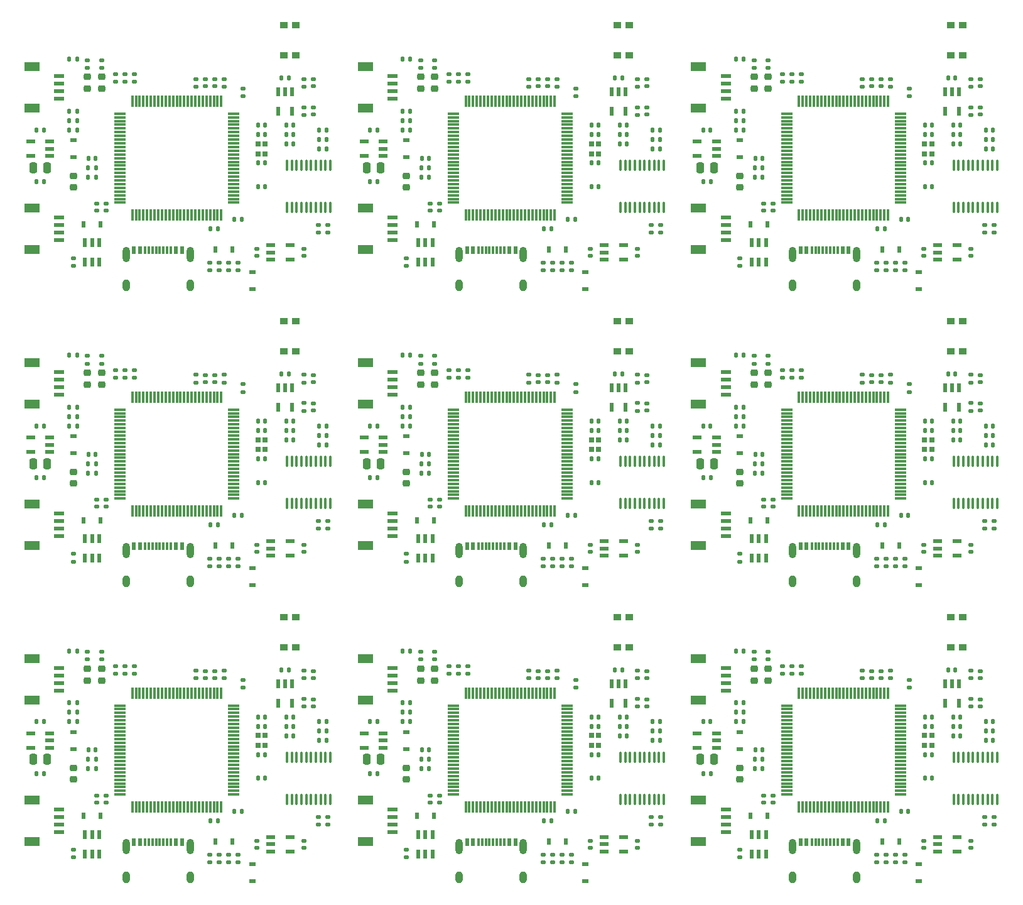
<source format=gtp>
%TF.GenerationSoftware,KiCad,Pcbnew,8.0.1*%
%TF.CreationDate,2024-09-05T10:17:41-06:00*%
%TF.ProjectId,SparkFun_Qwiic_WAV_Trigger_Pro_panelized,53706172-6b46-4756-9e5f-51776969635f,rev?*%
%TF.SameCoordinates,Original*%
%TF.FileFunction,Paste,Top*%
%TF.FilePolarity,Positive*%
%FSLAX46Y46*%
G04 Gerber Fmt 4.6, Leading zero omitted, Abs format (unit mm)*
G04 Created by KiCad (PCBNEW 8.0.1) date 2024-09-05 10:17:41*
%MOMM*%
%LPD*%
G01*
G04 APERTURE LIST*
G04 Aperture macros list*
%AMRoundRect*
0 Rectangle with rounded corners*
0 $1 Rounding radius*
0 $2 $3 $4 $5 $6 $7 $8 $9 X,Y pos of 4 corners*
0 Add a 4 corners polygon primitive as box body*
4,1,4,$2,$3,$4,$5,$6,$7,$8,$9,$2,$3,0*
0 Add four circle primitives for the rounded corners*
1,1,$1+$1,$2,$3*
1,1,$1+$1,$4,$5*
1,1,$1+$1,$6,$7*
1,1,$1+$1,$8,$9*
0 Add four rect primitives between the rounded corners*
20,1,$1+$1,$2,$3,$4,$5,0*
20,1,$1+$1,$4,$5,$6,$7,0*
20,1,$1+$1,$6,$7,$8,$9,0*
20,1,$1+$1,$8,$9,$2,$3,0*%
G04 Aperture macros list end*
%ADD10RoundRect,0.135000X0.135000X0.185000X-0.135000X0.185000X-0.135000X-0.185000X0.135000X-0.185000X0*%
%ADD11RoundRect,0.140000X0.170000X-0.140000X0.170000X0.140000X-0.170000X0.140000X-0.170000X-0.140000X0*%
%ADD12R,0.630000X0.830000*%
%ADD13RoundRect,0.140000X-0.140000X-0.170000X0.140000X-0.170000X0.140000X0.170000X-0.140000X0.170000X0*%
%ADD14RoundRect,0.135000X-0.185000X0.135000X-0.185000X-0.135000X0.185000X-0.135000X0.185000X0.135000X0*%
%ADD15R,1.000000X0.900000*%
%ADD16RoundRect,0.225000X-0.250000X0.225000X-0.250000X-0.225000X0.250000X-0.225000X0.250000X0.225000X0*%
%ADD17RoundRect,0.135000X0.185000X-0.135000X0.185000X0.135000X-0.185000X0.135000X-0.185000X-0.135000X0*%
%ADD18R,0.300000X1.000000*%
%ADD19R,0.600000X1.000000*%
%ADD20O,1.000000X1.600000*%
%ADD21O,1.000000X2.100000*%
%ADD22RoundRect,0.250000X-0.250000X-0.475000X0.250000X-0.475000X0.250000X0.475000X-0.250000X0.475000X0*%
%ADD23R,0.830000X0.630000*%
%ADD24R,0.700000X0.750000*%
%ADD25R,1.350000X0.600000*%
%ADD26R,2.000000X1.200000*%
%ADD27R,0.550000X1.200000*%
%ADD28R,1.200000X0.550000*%
%ADD29RoundRect,0.140000X0.140000X0.170000X-0.140000X0.170000X-0.140000X-0.170000X0.140000X-0.170000X0*%
%ADD30RoundRect,0.140000X-0.170000X0.140000X-0.170000X-0.140000X0.170000X-0.140000X0.170000X0.140000X0*%
%ADD31RoundRect,0.100000X-0.100000X0.637500X-0.100000X-0.637500X0.100000X-0.637500X0.100000X0.637500X0*%
%ADD32RoundRect,0.075000X0.725000X0.075000X-0.725000X0.075000X-0.725000X-0.075000X0.725000X-0.075000X0*%
%ADD33RoundRect,0.075000X0.075000X0.725000X-0.075000X0.725000X-0.075000X-0.725000X0.075000X-0.725000X0*%
%ADD34RoundRect,0.135000X-0.135000X-0.185000X0.135000X-0.185000X0.135000X0.185000X-0.135000X0.185000X0*%
%ADD35RoundRect,0.218750X0.256250X-0.218750X0.256250X0.218750X-0.256250X0.218750X-0.256250X-0.218750X0*%
G04 APERTURE END LIST*
D10*
%TO.C,R11*%
X97395000Y105140000D03*
X96375000Y105140000D03*
%TD*%
%TO.C,R11*%
X97395000Y65270000D03*
X96375000Y65270000D03*
%TD*%
%TO.C,R11*%
X97395000Y25400000D03*
X96375000Y25400000D03*
%TD*%
%TO.C,R11*%
X52445000Y105140000D03*
X51425000Y105140000D03*
%TD*%
%TO.C,R11*%
X52445000Y65270000D03*
X51425000Y65270000D03*
%TD*%
%TO.C,R11*%
X52445000Y25400000D03*
X51425000Y25400000D03*
%TD*%
%TO.C,R11*%
X7495000Y105140000D03*
X6475000Y105140000D03*
%TD*%
%TO.C,R11*%
X7495000Y65270000D03*
X6475000Y65270000D03*
%TD*%
D11*
%TO.C,C23*%
X129270000Y104660000D03*
X129270000Y105620000D03*
%TD*%
%TO.C,C23*%
X129270000Y64790000D03*
X129270000Y65750000D03*
%TD*%
%TO.C,C23*%
X129270000Y24920000D03*
X129270000Y25880000D03*
%TD*%
%TO.C,C23*%
X84320000Y104660000D03*
X84320000Y105620000D03*
%TD*%
%TO.C,C23*%
X84320000Y64790000D03*
X84320000Y65750000D03*
%TD*%
%TO.C,C23*%
X84320000Y24920000D03*
X84320000Y25880000D03*
%TD*%
%TO.C,C23*%
X39370000Y104660000D03*
X39370000Y105620000D03*
%TD*%
%TO.C,C23*%
X39370000Y64790000D03*
X39370000Y65750000D03*
%TD*%
D12*
%TO.C,D6*%
X98275000Y89900000D03*
X100575000Y89900000D03*
%TD*%
%TO.C,D6*%
X98275000Y50030000D03*
X100575000Y50030000D03*
%TD*%
%TO.C,D6*%
X98275000Y10160000D03*
X100575000Y10160000D03*
%TD*%
%TO.C,D6*%
X53325000Y89900000D03*
X55625000Y89900000D03*
%TD*%
%TO.C,D6*%
X53325000Y50030000D03*
X55625000Y50030000D03*
%TD*%
%TO.C,D6*%
X53325000Y10160000D03*
X55625000Y10160000D03*
%TD*%
%TO.C,D6*%
X8375000Y89900000D03*
X10675000Y89900000D03*
%TD*%
%TO.C,D6*%
X8375000Y50030000D03*
X10675000Y50030000D03*
%TD*%
D13*
%TO.C,C14*%
X124980000Y109585000D03*
X125940000Y109585000D03*
%TD*%
%TO.C,C14*%
X124980000Y69715000D03*
X125940000Y69715000D03*
%TD*%
%TO.C,C14*%
X124980000Y29845000D03*
X125940000Y29845000D03*
%TD*%
%TO.C,C14*%
X80030000Y109585000D03*
X80990000Y109585000D03*
%TD*%
%TO.C,C14*%
X80030000Y69715000D03*
X80990000Y69715000D03*
%TD*%
%TO.C,C14*%
X80030000Y29845000D03*
X80990000Y29845000D03*
%TD*%
%TO.C,C14*%
X35080000Y109585000D03*
X36040000Y109585000D03*
%TD*%
%TO.C,C14*%
X35080000Y69715000D03*
X36040000Y69715000D03*
%TD*%
D11*
%TO.C,C6*%
X103870000Y109105000D03*
X103870000Y110065000D03*
%TD*%
%TO.C,C6*%
X103870000Y69235000D03*
X103870000Y70195000D03*
%TD*%
%TO.C,C6*%
X103870000Y29365000D03*
X103870000Y30325000D03*
%TD*%
%TO.C,C6*%
X58920000Y109105000D03*
X58920000Y110065000D03*
%TD*%
%TO.C,C6*%
X58920000Y69235000D03*
X58920000Y70195000D03*
%TD*%
%TO.C,C6*%
X58920000Y29365000D03*
X58920000Y30325000D03*
%TD*%
%TO.C,C6*%
X13970000Y109105000D03*
X13970000Y110065000D03*
%TD*%
%TO.C,C6*%
X13970000Y69235000D03*
X13970000Y70195000D03*
%TD*%
D14*
%TO.C,R19*%
X100695000Y112000000D03*
X100695000Y110980000D03*
%TD*%
%TO.C,R19*%
X100695000Y72130000D03*
X100695000Y71110000D03*
%TD*%
%TO.C,R19*%
X100695000Y32260000D03*
X100695000Y31240000D03*
%TD*%
%TO.C,R19*%
X55745000Y112000000D03*
X55745000Y110980000D03*
%TD*%
%TO.C,R19*%
X55745000Y72130000D03*
X55745000Y71110000D03*
%TD*%
%TO.C,R19*%
X55745000Y32260000D03*
X55745000Y31240000D03*
%TD*%
%TO.C,R19*%
X10795000Y112000000D03*
X10795000Y110980000D03*
%TD*%
%TO.C,R19*%
X10795000Y72130000D03*
X10795000Y71110000D03*
%TD*%
D15*
%TO.C,SW1*%
X125295000Y112615000D03*
X125295000Y116715000D03*
X126895000Y112615000D03*
X126895000Y116715000D03*
%TD*%
%TO.C,SW1*%
X125295000Y72745000D03*
X125295000Y76845000D03*
X126895000Y72745000D03*
X126895000Y76845000D03*
%TD*%
%TO.C,SW1*%
X125295000Y32875000D03*
X125295000Y36975000D03*
X126895000Y32875000D03*
X126895000Y36975000D03*
%TD*%
%TO.C,SW1*%
X80345000Y112615000D03*
X80345000Y116715000D03*
X81945000Y112615000D03*
X81945000Y116715000D03*
%TD*%
%TO.C,SW1*%
X80345000Y72745000D03*
X80345000Y76845000D03*
X81945000Y72745000D03*
X81945000Y76845000D03*
%TD*%
%TO.C,SW1*%
X80345000Y32875000D03*
X80345000Y36975000D03*
X81945000Y32875000D03*
X81945000Y36975000D03*
%TD*%
%TO.C,SW1*%
X35395000Y112615000D03*
X35395000Y116715000D03*
X36995000Y112615000D03*
X36995000Y116715000D03*
%TD*%
%TO.C,SW1*%
X35395000Y72745000D03*
X35395000Y76845000D03*
X36995000Y72745000D03*
X36995000Y76845000D03*
%TD*%
D16*
%TO.C,L2*%
X96885000Y96390000D03*
X96885000Y94840000D03*
%TD*%
%TO.C,L2*%
X96885000Y56520000D03*
X96885000Y54970000D03*
%TD*%
%TO.C,L2*%
X96885000Y16650000D03*
X96885000Y15100000D03*
%TD*%
%TO.C,L2*%
X51935000Y96390000D03*
X51935000Y94840000D03*
%TD*%
%TO.C,L2*%
X51935000Y56520000D03*
X51935000Y54970000D03*
%TD*%
%TO.C,L2*%
X51935000Y16650000D03*
X51935000Y15100000D03*
%TD*%
%TO.C,L2*%
X6985000Y96390000D03*
X6985000Y94840000D03*
%TD*%
%TO.C,L2*%
X6985000Y56520000D03*
X6985000Y54970000D03*
%TD*%
D17*
%TO.C,R18*%
X113395000Y108440000D03*
X113395000Y109460000D03*
%TD*%
%TO.C,R18*%
X113395000Y68570000D03*
X113395000Y69590000D03*
%TD*%
%TO.C,R18*%
X113395000Y28700000D03*
X113395000Y29720000D03*
%TD*%
%TO.C,R18*%
X68445000Y108440000D03*
X68445000Y109460000D03*
%TD*%
%TO.C,R18*%
X68445000Y68570000D03*
X68445000Y69590000D03*
%TD*%
%TO.C,R18*%
X68445000Y28700000D03*
X68445000Y29720000D03*
%TD*%
%TO.C,R18*%
X23495000Y108440000D03*
X23495000Y109460000D03*
%TD*%
%TO.C,R18*%
X23495000Y68570000D03*
X23495000Y69590000D03*
%TD*%
D18*
%TO.C,J2*%
X107065000Y86385000D03*
X108065000Y86385000D03*
X108565000Y86385000D03*
X109565000Y86385000D03*
X110065000Y86385000D03*
X109065000Y86385000D03*
X107565000Y86385000D03*
X106565000Y86385000D03*
D19*
X105090000Y86385000D03*
X111540000Y86385000D03*
D20*
X103997000Y81630000D03*
D21*
X103997000Y85810000D03*
X112633000Y85810000D03*
D20*
X112633000Y81630000D03*
D19*
X105865000Y86385000D03*
X110765000Y86385000D03*
%TD*%
D18*
%TO.C,J2*%
X107065000Y46515000D03*
X108065000Y46515000D03*
X108565000Y46515000D03*
X109565000Y46515000D03*
X110065000Y46515000D03*
X109065000Y46515000D03*
X107565000Y46515000D03*
X106565000Y46515000D03*
D19*
X105090000Y46515000D03*
X111540000Y46515000D03*
D20*
X103997000Y41760000D03*
D21*
X103997000Y45940000D03*
X112633000Y45940000D03*
D20*
X112633000Y41760000D03*
D19*
X105865000Y46515000D03*
X110765000Y46515000D03*
%TD*%
D18*
%TO.C,J2*%
X107065000Y6645000D03*
X108065000Y6645000D03*
X108565000Y6645000D03*
X109565000Y6645000D03*
X110065000Y6645000D03*
X109065000Y6645000D03*
X107565000Y6645000D03*
X106565000Y6645000D03*
D19*
X105090000Y6645000D03*
X111540000Y6645000D03*
D20*
X103997000Y1890000D03*
D21*
X103997000Y6070000D03*
X112633000Y6070000D03*
D20*
X112633000Y1890000D03*
D19*
X105865000Y6645000D03*
X110765000Y6645000D03*
%TD*%
D18*
%TO.C,J2*%
X62115000Y86385000D03*
X63115000Y86385000D03*
X63615000Y86385000D03*
X64615000Y86385000D03*
X65115000Y86385000D03*
X64115000Y86385000D03*
X62615000Y86385000D03*
X61615000Y86385000D03*
D19*
X60140000Y86385000D03*
X66590000Y86385000D03*
D20*
X59047000Y81630000D03*
D21*
X59047000Y85810000D03*
X67683000Y85810000D03*
D20*
X67683000Y81630000D03*
D19*
X60915000Y86385000D03*
X65815000Y86385000D03*
%TD*%
D18*
%TO.C,J2*%
X62115000Y46515000D03*
X63115000Y46515000D03*
X63615000Y46515000D03*
X64615000Y46515000D03*
X65115000Y46515000D03*
X64115000Y46515000D03*
X62615000Y46515000D03*
X61615000Y46515000D03*
D19*
X60140000Y46515000D03*
X66590000Y46515000D03*
D20*
X59047000Y41760000D03*
D21*
X59047000Y45940000D03*
X67683000Y45940000D03*
D20*
X67683000Y41760000D03*
D19*
X60915000Y46515000D03*
X65815000Y46515000D03*
%TD*%
D18*
%TO.C,J2*%
X62115000Y6645000D03*
X63115000Y6645000D03*
X63615000Y6645000D03*
X64615000Y6645000D03*
X65115000Y6645000D03*
X64115000Y6645000D03*
X62615000Y6645000D03*
X61615000Y6645000D03*
D19*
X60140000Y6645000D03*
X66590000Y6645000D03*
D20*
X59047000Y1890000D03*
D21*
X59047000Y6070000D03*
X67683000Y6070000D03*
D20*
X67683000Y1890000D03*
D19*
X60915000Y6645000D03*
X65815000Y6645000D03*
%TD*%
D18*
%TO.C,J2*%
X17165000Y86385000D03*
X18165000Y86385000D03*
X18665000Y86385000D03*
X19665000Y86385000D03*
X20165000Y86385000D03*
X19165000Y86385000D03*
X17665000Y86385000D03*
X16665000Y86385000D03*
D19*
X15190000Y86385000D03*
X21640000Y86385000D03*
D20*
X14097000Y81630000D03*
D21*
X14097000Y85810000D03*
X22733000Y85810000D03*
D20*
X22733000Y81630000D03*
D19*
X15965000Y86385000D03*
X20865000Y86385000D03*
%TD*%
D18*
%TO.C,J2*%
X17165000Y46515000D03*
X18165000Y46515000D03*
X18665000Y46515000D03*
X19665000Y46515000D03*
X20165000Y46515000D03*
X19165000Y46515000D03*
X17665000Y46515000D03*
X16665000Y46515000D03*
D19*
X15190000Y46515000D03*
X21640000Y46515000D03*
D20*
X14097000Y41760000D03*
D21*
X14097000Y45940000D03*
X22733000Y45940000D03*
D20*
X22733000Y41760000D03*
D19*
X15965000Y46515000D03*
X20865000Y46515000D03*
%TD*%
D17*
%TO.C,R5*%
X116570000Y83675000D03*
X116570000Y84695000D03*
%TD*%
%TO.C,R5*%
X116570000Y43805000D03*
X116570000Y44825000D03*
%TD*%
%TO.C,R5*%
X116570000Y3935000D03*
X116570000Y4955000D03*
%TD*%
%TO.C,R5*%
X71620000Y83675000D03*
X71620000Y84695000D03*
%TD*%
%TO.C,R5*%
X71620000Y43805000D03*
X71620000Y44825000D03*
%TD*%
%TO.C,R5*%
X71620000Y3935000D03*
X71620000Y4955000D03*
%TD*%
%TO.C,R5*%
X26670000Y83675000D03*
X26670000Y84695000D03*
%TD*%
%TO.C,R5*%
X26670000Y43805000D03*
X26670000Y44825000D03*
%TD*%
D22*
%TO.C,L1*%
X91490000Y97520000D03*
X93390000Y97520000D03*
%TD*%
%TO.C,L1*%
X91490000Y57650000D03*
X93390000Y57650000D03*
%TD*%
%TO.C,L1*%
X91490000Y17780000D03*
X93390000Y17780000D03*
%TD*%
%TO.C,L1*%
X46540000Y97520000D03*
X48440000Y97520000D03*
%TD*%
%TO.C,L1*%
X46540000Y57650000D03*
X48440000Y57650000D03*
%TD*%
%TO.C,L1*%
X46540000Y17780000D03*
X48440000Y17780000D03*
%TD*%
%TO.C,L1*%
X1590000Y97520000D03*
X3490000Y97520000D03*
%TD*%
%TO.C,L1*%
X1590000Y57650000D03*
X3490000Y57650000D03*
%TD*%
D17*
%TO.C,R20*%
X117205000Y108440000D03*
X117205000Y109460000D03*
%TD*%
%TO.C,R20*%
X117205000Y68570000D03*
X117205000Y69590000D03*
%TD*%
%TO.C,R20*%
X117205000Y28700000D03*
X117205000Y29720000D03*
%TD*%
%TO.C,R20*%
X72255000Y108440000D03*
X72255000Y109460000D03*
%TD*%
%TO.C,R20*%
X72255000Y68570000D03*
X72255000Y69590000D03*
%TD*%
%TO.C,R20*%
X72255000Y28700000D03*
X72255000Y29720000D03*
%TD*%
%TO.C,R20*%
X27305000Y108440000D03*
X27305000Y109460000D03*
%TD*%
%TO.C,R20*%
X27305000Y68570000D03*
X27305000Y69590000D03*
%TD*%
D13*
%TO.C,C10*%
X121805000Y94980000D03*
X122765000Y94980000D03*
%TD*%
%TO.C,C10*%
X121805000Y55110000D03*
X122765000Y55110000D03*
%TD*%
%TO.C,C10*%
X121805000Y15240000D03*
X122765000Y15240000D03*
%TD*%
%TO.C,C10*%
X76855000Y94980000D03*
X77815000Y94980000D03*
%TD*%
%TO.C,C10*%
X76855000Y55110000D03*
X77815000Y55110000D03*
%TD*%
%TO.C,C10*%
X76855000Y15240000D03*
X77815000Y15240000D03*
%TD*%
%TO.C,C10*%
X31905000Y94980000D03*
X32865000Y94980000D03*
%TD*%
%TO.C,C10*%
X31905000Y55110000D03*
X32865000Y55110000D03*
%TD*%
D23*
%TO.C,D2*%
X121015000Y81130000D03*
X121015000Y83430000D03*
%TD*%
%TO.C,D2*%
X121015000Y41260000D03*
X121015000Y43560000D03*
%TD*%
%TO.C,D2*%
X121015000Y1390000D03*
X121015000Y3690000D03*
%TD*%
%TO.C,D2*%
X76065000Y81130000D03*
X76065000Y83430000D03*
%TD*%
%TO.C,D2*%
X76065000Y41260000D03*
X76065000Y43560000D03*
%TD*%
%TO.C,D2*%
X76065000Y1390000D03*
X76065000Y3690000D03*
%TD*%
%TO.C,D2*%
X31115000Y81130000D03*
X31115000Y83430000D03*
%TD*%
%TO.C,D2*%
X31115000Y41260000D03*
X31115000Y43560000D03*
%TD*%
D10*
%TO.C,R15*%
X97395000Y112125000D03*
X96375000Y112125000D03*
%TD*%
%TO.C,R15*%
X97395000Y72255000D03*
X96375000Y72255000D03*
%TD*%
%TO.C,R15*%
X97395000Y32385000D03*
X96375000Y32385000D03*
%TD*%
%TO.C,R15*%
X52445000Y112125000D03*
X51425000Y112125000D03*
%TD*%
%TO.C,R15*%
X52445000Y72255000D03*
X51425000Y72255000D03*
%TD*%
%TO.C,R15*%
X52445000Y32385000D03*
X51425000Y32385000D03*
%TD*%
%TO.C,R15*%
X7495000Y112125000D03*
X6475000Y112125000D03*
%TD*%
%TO.C,R15*%
X7495000Y72255000D03*
X6475000Y72255000D03*
%TD*%
D24*
%TO.C,Y1*%
X121785000Y100735000D03*
X122785000Y99385000D03*
X122785000Y100735000D03*
X121785000Y99385000D03*
%TD*%
%TO.C,Y1*%
X121785000Y60865000D03*
X122785000Y59515000D03*
X122785000Y60865000D03*
X121785000Y59515000D03*
%TD*%
%TO.C,Y1*%
X121785000Y20995000D03*
X122785000Y19645000D03*
X122785000Y20995000D03*
X121785000Y19645000D03*
%TD*%
%TO.C,Y1*%
X76835000Y100735000D03*
X77835000Y99385000D03*
X77835000Y100735000D03*
X76835000Y99385000D03*
%TD*%
%TO.C,Y1*%
X76835000Y60865000D03*
X77835000Y59515000D03*
X77835000Y60865000D03*
X76835000Y59515000D03*
%TD*%
%TO.C,Y1*%
X76835000Y20995000D03*
X77835000Y19645000D03*
X77835000Y20995000D03*
X76835000Y19645000D03*
%TD*%
%TO.C,Y1*%
X31885000Y100735000D03*
X32885000Y99385000D03*
X32885000Y100735000D03*
X31885000Y99385000D03*
%TD*%
%TO.C,Y1*%
X31885000Y60865000D03*
X32885000Y59515000D03*
X32885000Y60865000D03*
X31885000Y59515000D03*
%TD*%
D25*
%TO.C,J4*%
X94980000Y90765000D03*
X94980000Y89765000D03*
X94980000Y88765000D03*
X94980000Y87765000D03*
D26*
X91305000Y86465000D03*
X91305000Y92065000D03*
%TD*%
D25*
%TO.C,J4*%
X94980000Y50895000D03*
X94980000Y49895000D03*
X94980000Y48895000D03*
X94980000Y47895000D03*
D26*
X91305000Y46595000D03*
X91305000Y52195000D03*
%TD*%
D25*
%TO.C,J4*%
X94980000Y11025000D03*
X94980000Y10025000D03*
X94980000Y9025000D03*
X94980000Y8025000D03*
D26*
X91305000Y6725000D03*
X91305000Y12325000D03*
%TD*%
D25*
%TO.C,J4*%
X50030000Y90765000D03*
X50030000Y89765000D03*
X50030000Y88765000D03*
X50030000Y87765000D03*
D26*
X46355000Y86465000D03*
X46355000Y92065000D03*
%TD*%
D25*
%TO.C,J4*%
X50030000Y50895000D03*
X50030000Y49895000D03*
X50030000Y48895000D03*
X50030000Y47895000D03*
D26*
X46355000Y46595000D03*
X46355000Y52195000D03*
%TD*%
D25*
%TO.C,J4*%
X50030000Y11025000D03*
X50030000Y10025000D03*
X50030000Y9025000D03*
X50030000Y8025000D03*
D26*
X46355000Y6725000D03*
X46355000Y12325000D03*
%TD*%
D25*
%TO.C,J4*%
X5080000Y90765000D03*
X5080000Y89765000D03*
X5080000Y88765000D03*
X5080000Y87765000D03*
D26*
X1405000Y86465000D03*
X1405000Y92065000D03*
%TD*%
D25*
%TO.C,J4*%
X5080000Y50895000D03*
X5080000Y49895000D03*
X5080000Y48895000D03*
X5080000Y47895000D03*
D26*
X1405000Y46595000D03*
X1405000Y52195000D03*
%TD*%
D13*
%TO.C,C11*%
X121805000Y98155000D03*
X122765000Y98155000D03*
%TD*%
%TO.C,C11*%
X121805000Y58285000D03*
X122765000Y58285000D03*
%TD*%
%TO.C,C11*%
X121805000Y18415000D03*
X122765000Y18415000D03*
%TD*%
%TO.C,C11*%
X76855000Y98155000D03*
X77815000Y98155000D03*
%TD*%
%TO.C,C11*%
X76855000Y58285000D03*
X77815000Y58285000D03*
%TD*%
%TO.C,C11*%
X76855000Y18415000D03*
X77815000Y18415000D03*
%TD*%
%TO.C,C11*%
X31905000Y98155000D03*
X32865000Y98155000D03*
%TD*%
%TO.C,C11*%
X31905000Y58285000D03*
X32865000Y58285000D03*
%TD*%
%TO.C,C4*%
X118630000Y90535000D03*
X119590000Y90535000D03*
%TD*%
%TO.C,C4*%
X118630000Y50665000D03*
X119590000Y50665000D03*
%TD*%
%TO.C,C4*%
X118630000Y10795000D03*
X119590000Y10795000D03*
%TD*%
%TO.C,C4*%
X73680000Y90535000D03*
X74640000Y90535000D03*
%TD*%
%TO.C,C4*%
X73680000Y50665000D03*
X74640000Y50665000D03*
%TD*%
%TO.C,C4*%
X73680000Y10795000D03*
X74640000Y10795000D03*
%TD*%
%TO.C,C4*%
X28730000Y90535000D03*
X29690000Y90535000D03*
%TD*%
%TO.C,C4*%
X28730000Y50665000D03*
X29690000Y50665000D03*
%TD*%
D23*
%TO.C,D5*%
X96885000Y101210000D03*
X96885000Y98910000D03*
%TD*%
%TO.C,D5*%
X96885000Y61340000D03*
X96885000Y59040000D03*
%TD*%
%TO.C,D5*%
X96885000Y21470000D03*
X96885000Y19170000D03*
%TD*%
%TO.C,D5*%
X51935000Y101210000D03*
X51935000Y98910000D03*
%TD*%
%TO.C,D5*%
X51935000Y61340000D03*
X51935000Y59040000D03*
%TD*%
%TO.C,D5*%
X51935000Y21470000D03*
X51935000Y19170000D03*
%TD*%
%TO.C,D5*%
X6985000Y101210000D03*
X6985000Y98910000D03*
%TD*%
%TO.C,D5*%
X6985000Y61340000D03*
X6985000Y59040000D03*
%TD*%
D27*
%TO.C,U4*%
X126410000Y107710100D03*
X125460000Y107710100D03*
X124510000Y107710100D03*
X124510000Y105109900D03*
X126410000Y105109900D03*
%TD*%
%TO.C,U4*%
X126410000Y67840100D03*
X125460000Y67840100D03*
X124510000Y67840100D03*
X124510000Y65239900D03*
X126410000Y65239900D03*
%TD*%
%TO.C,U4*%
X126410000Y27970100D03*
X125460000Y27970100D03*
X124510000Y27970100D03*
X124510000Y25369900D03*
X126410000Y25369900D03*
%TD*%
%TO.C,U4*%
X81460000Y107710100D03*
X80510000Y107710100D03*
X79560000Y107710100D03*
X79560000Y105109900D03*
X81460000Y105109900D03*
%TD*%
%TO.C,U4*%
X81460000Y67840100D03*
X80510000Y67840100D03*
X79560000Y67840100D03*
X79560000Y65239900D03*
X81460000Y65239900D03*
%TD*%
%TO.C,U4*%
X81460000Y27970100D03*
X80510000Y27970100D03*
X79560000Y27970100D03*
X79560000Y25369900D03*
X81460000Y25369900D03*
%TD*%
%TO.C,U4*%
X36510000Y107710100D03*
X35560000Y107710100D03*
X34610000Y107710100D03*
X34610000Y105109900D03*
X36510000Y105109900D03*
%TD*%
%TO.C,U4*%
X36510000Y67840100D03*
X35560000Y67840100D03*
X34610000Y67840100D03*
X34610000Y65239900D03*
X36510000Y65239900D03*
%TD*%
D13*
%TO.C,C20*%
X130060000Y102600000D03*
X131020000Y102600000D03*
%TD*%
%TO.C,C20*%
X130060000Y62730000D03*
X131020000Y62730000D03*
%TD*%
%TO.C,C20*%
X130060000Y22860000D03*
X131020000Y22860000D03*
%TD*%
%TO.C,C20*%
X85110000Y102600000D03*
X86070000Y102600000D03*
%TD*%
%TO.C,C20*%
X85110000Y62730000D03*
X86070000Y62730000D03*
%TD*%
%TO.C,C20*%
X85110000Y22860000D03*
X86070000Y22860000D03*
%TD*%
%TO.C,C20*%
X40160000Y102600000D03*
X41120000Y102600000D03*
%TD*%
%TO.C,C20*%
X40160000Y62730000D03*
X41120000Y62730000D03*
%TD*%
D14*
%TO.C,R7*%
X119745000Y108190000D03*
X119745000Y107170000D03*
%TD*%
%TO.C,R7*%
X119745000Y68320000D03*
X119745000Y67300000D03*
%TD*%
%TO.C,R7*%
X119745000Y28450000D03*
X119745000Y27430000D03*
%TD*%
%TO.C,R7*%
X74795000Y108190000D03*
X74795000Y107170000D03*
%TD*%
%TO.C,R7*%
X74795000Y68320000D03*
X74795000Y67300000D03*
%TD*%
%TO.C,R7*%
X74795000Y28450000D03*
X74795000Y27430000D03*
%TD*%
%TO.C,R7*%
X29845000Y108190000D03*
X29845000Y107170000D03*
%TD*%
%TO.C,R7*%
X29845000Y68320000D03*
X29845000Y67300000D03*
%TD*%
D25*
%TO.C,J3*%
X94980000Y109815000D03*
X94980000Y108815000D03*
X94980000Y107815000D03*
X94980000Y106815000D03*
D26*
X91305000Y105515000D03*
X91305000Y111115000D03*
%TD*%
D25*
%TO.C,J3*%
X94980000Y69945000D03*
X94980000Y68945000D03*
X94980000Y67945000D03*
X94980000Y66945000D03*
D26*
X91305000Y65645000D03*
X91305000Y71245000D03*
%TD*%
D25*
%TO.C,J3*%
X94980000Y30075000D03*
X94980000Y29075000D03*
X94980000Y28075000D03*
X94980000Y27075000D03*
D26*
X91305000Y25775000D03*
X91305000Y31375000D03*
%TD*%
D25*
%TO.C,J3*%
X50030000Y109815000D03*
X50030000Y108815000D03*
X50030000Y107815000D03*
X50030000Y106815000D03*
D26*
X46355000Y105515000D03*
X46355000Y111115000D03*
%TD*%
D25*
%TO.C,J3*%
X50030000Y69945000D03*
X50030000Y68945000D03*
X50030000Y67945000D03*
X50030000Y66945000D03*
D26*
X46355000Y65645000D03*
X46355000Y71245000D03*
%TD*%
D25*
%TO.C,J3*%
X50030000Y30075000D03*
X50030000Y29075000D03*
X50030000Y28075000D03*
X50030000Y27075000D03*
D26*
X46355000Y25775000D03*
X46355000Y31375000D03*
%TD*%
D25*
%TO.C,J3*%
X5080000Y109815000D03*
X5080000Y108815000D03*
X5080000Y107815000D03*
X5080000Y106815000D03*
D26*
X1405000Y105515000D03*
X1405000Y111115000D03*
%TD*%
D25*
%TO.C,J3*%
X5080000Y69945000D03*
X5080000Y68945000D03*
X5080000Y67945000D03*
X5080000Y66945000D03*
D26*
X1405000Y65645000D03*
X1405000Y71245000D03*
%TD*%
D28*
%TO.C,U6*%
X93740100Y99110000D03*
X93740100Y100060000D03*
X93740100Y101010000D03*
X91139900Y101010000D03*
X91139900Y99110000D03*
%TD*%
%TO.C,U6*%
X93740100Y59240000D03*
X93740100Y60190000D03*
X93740100Y61140000D03*
X91139900Y61140000D03*
X91139900Y59240000D03*
%TD*%
%TO.C,U6*%
X93740100Y19370000D03*
X93740100Y20320000D03*
X93740100Y21270000D03*
X91139900Y21270000D03*
X91139900Y19370000D03*
%TD*%
%TO.C,U6*%
X48790100Y99110000D03*
X48790100Y100060000D03*
X48790100Y101010000D03*
X46189900Y101010000D03*
X46189900Y99110000D03*
%TD*%
%TO.C,U6*%
X48790100Y59240000D03*
X48790100Y60190000D03*
X48790100Y61140000D03*
X46189900Y61140000D03*
X46189900Y59240000D03*
%TD*%
%TO.C,U6*%
X48790100Y19370000D03*
X48790100Y20320000D03*
X48790100Y21270000D03*
X46189900Y21270000D03*
X46189900Y19370000D03*
%TD*%
%TO.C,U6*%
X3840100Y99110000D03*
X3840100Y100060000D03*
X3840100Y101010000D03*
X1239900Y101010000D03*
X1239900Y99110000D03*
%TD*%
%TO.C,U6*%
X3840100Y59240000D03*
X3840100Y60190000D03*
X3840100Y61140000D03*
X1239900Y61140000D03*
X1239900Y59240000D03*
%TD*%
D29*
%TO.C,C17*%
X126575000Y101965000D03*
X125615000Y101965000D03*
%TD*%
%TO.C,C17*%
X126575000Y62095000D03*
X125615000Y62095000D03*
%TD*%
%TO.C,C17*%
X126575000Y22225000D03*
X125615000Y22225000D03*
%TD*%
%TO.C,C17*%
X81625000Y101965000D03*
X80665000Y101965000D03*
%TD*%
%TO.C,C17*%
X81625000Y62095000D03*
X80665000Y62095000D03*
%TD*%
%TO.C,C17*%
X81625000Y22225000D03*
X80665000Y22225000D03*
%TD*%
%TO.C,C17*%
X36675000Y101965000D03*
X35715000Y101965000D03*
%TD*%
%TO.C,C17*%
X36675000Y62095000D03*
X35715000Y62095000D03*
%TD*%
D13*
%TO.C,C3*%
X121805000Y103235000D03*
X122765000Y103235000D03*
%TD*%
%TO.C,C3*%
X121805000Y63365000D03*
X122765000Y63365000D03*
%TD*%
%TO.C,C3*%
X121805000Y23495000D03*
X122765000Y23495000D03*
%TD*%
%TO.C,C3*%
X76855000Y103235000D03*
X77815000Y103235000D03*
%TD*%
%TO.C,C3*%
X76855000Y63365000D03*
X77815000Y63365000D03*
%TD*%
%TO.C,C3*%
X76855000Y23495000D03*
X77815000Y23495000D03*
%TD*%
%TO.C,C3*%
X31905000Y103235000D03*
X32865000Y103235000D03*
%TD*%
%TO.C,C3*%
X31905000Y63365000D03*
X32865000Y63365000D03*
%TD*%
D30*
%TO.C,C7*%
X101330000Y92666000D03*
X101330000Y91706000D03*
%TD*%
%TO.C,C7*%
X101330000Y52796000D03*
X101330000Y51836000D03*
%TD*%
%TO.C,C7*%
X101330000Y12926000D03*
X101330000Y11966000D03*
%TD*%
%TO.C,C7*%
X56380000Y92666000D03*
X56380000Y91706000D03*
%TD*%
%TO.C,C7*%
X56380000Y52796000D03*
X56380000Y51836000D03*
%TD*%
%TO.C,C7*%
X56380000Y12926000D03*
X56380000Y11966000D03*
%TD*%
%TO.C,C7*%
X11430000Y92666000D03*
X11430000Y91706000D03*
%TD*%
%TO.C,C7*%
X11430000Y52796000D03*
X11430000Y51836000D03*
%TD*%
D13*
%TO.C,C27*%
X98945000Y98790000D03*
X99905000Y98790000D03*
%TD*%
%TO.C,C27*%
X98945000Y58920000D03*
X99905000Y58920000D03*
%TD*%
%TO.C,C27*%
X98945000Y19050000D03*
X99905000Y19050000D03*
%TD*%
%TO.C,C27*%
X53995000Y98790000D03*
X54955000Y98790000D03*
%TD*%
%TO.C,C27*%
X53995000Y58920000D03*
X54955000Y58920000D03*
%TD*%
%TO.C,C27*%
X53995000Y19050000D03*
X54955000Y19050000D03*
%TD*%
%TO.C,C27*%
X9045000Y98790000D03*
X10005000Y98790000D03*
%TD*%
%TO.C,C27*%
X9045000Y58920000D03*
X10005000Y58920000D03*
%TD*%
D12*
%TO.C,D1*%
X116055000Y86471000D03*
X118355000Y86471000D03*
%TD*%
%TO.C,D1*%
X116055000Y46601000D03*
X118355000Y46601000D03*
%TD*%
%TO.C,D1*%
X116055000Y6731000D03*
X118355000Y6731000D03*
%TD*%
%TO.C,D1*%
X71105000Y86471000D03*
X73405000Y86471000D03*
%TD*%
%TO.C,D1*%
X71105000Y46601000D03*
X73405000Y46601000D03*
%TD*%
%TO.C,D1*%
X71105000Y6731000D03*
X73405000Y6731000D03*
%TD*%
%TO.C,D1*%
X26155000Y86471000D03*
X28455000Y86471000D03*
%TD*%
%TO.C,D1*%
X26155000Y46601000D03*
X28455000Y46601000D03*
%TD*%
D29*
%TO.C,C18*%
X131020000Y101330000D03*
X130060000Y101330000D03*
%TD*%
%TO.C,C18*%
X131020000Y61460000D03*
X130060000Y61460000D03*
%TD*%
%TO.C,C18*%
X131020000Y21590000D03*
X130060000Y21590000D03*
%TD*%
%TO.C,C18*%
X86070000Y101330000D03*
X85110000Y101330000D03*
%TD*%
%TO.C,C18*%
X86070000Y61460000D03*
X85110000Y61460000D03*
%TD*%
%TO.C,C18*%
X86070000Y21590000D03*
X85110000Y21590000D03*
%TD*%
%TO.C,C18*%
X41120000Y101330000D03*
X40160000Y101330000D03*
%TD*%
%TO.C,C18*%
X41120000Y61460000D03*
X40160000Y61460000D03*
%TD*%
%TO.C,C19*%
X126575000Y100695000D03*
X125615000Y100695000D03*
%TD*%
%TO.C,C19*%
X126575000Y60825000D03*
X125615000Y60825000D03*
%TD*%
%TO.C,C19*%
X126575000Y20955000D03*
X125615000Y20955000D03*
%TD*%
%TO.C,C19*%
X81625000Y100695000D03*
X80665000Y100695000D03*
%TD*%
%TO.C,C19*%
X81625000Y60825000D03*
X80665000Y60825000D03*
%TD*%
%TO.C,C19*%
X81625000Y20955000D03*
X80665000Y20955000D03*
%TD*%
%TO.C,C19*%
X36675000Y100695000D03*
X35715000Y100695000D03*
%TD*%
%TO.C,C19*%
X36675000Y60825000D03*
X35715000Y60825000D03*
%TD*%
D27*
%TO.C,U1*%
X98475000Y84789900D03*
X99425000Y84789900D03*
X100375000Y84789900D03*
X100375000Y87390100D03*
X99425000Y87390000D03*
X98475000Y87390100D03*
%TD*%
%TO.C,U1*%
X98475000Y44919900D03*
X99425000Y44919900D03*
X100375000Y44919900D03*
X100375000Y47520100D03*
X99425000Y47520000D03*
X98475000Y47520100D03*
%TD*%
%TO.C,U1*%
X98475000Y5049900D03*
X99425000Y5049900D03*
X100375000Y5049900D03*
X100375000Y7650100D03*
X99425000Y7650000D03*
X98475000Y7650100D03*
%TD*%
%TO.C,U1*%
X53525000Y84789900D03*
X54475000Y84789900D03*
X55425000Y84789900D03*
X55425000Y87390100D03*
X54475000Y87390000D03*
X53525000Y87390100D03*
%TD*%
%TO.C,U1*%
X53525000Y44919900D03*
X54475000Y44919900D03*
X55425000Y44919900D03*
X55425000Y47520100D03*
X54475000Y47520000D03*
X53525000Y47520100D03*
%TD*%
%TO.C,U1*%
X53525000Y5049900D03*
X54475000Y5049900D03*
X55425000Y5049900D03*
X55425000Y7650100D03*
X54475000Y7650000D03*
X53525000Y7650100D03*
%TD*%
%TO.C,U1*%
X8575000Y84789900D03*
X9525000Y84789900D03*
X10475000Y84789900D03*
X10475000Y87390100D03*
X9525000Y87390000D03*
X8575000Y87390100D03*
%TD*%
%TO.C,U1*%
X8575000Y44919900D03*
X9525000Y44919900D03*
X10475000Y44919900D03*
X10475000Y47520100D03*
X9525000Y47520000D03*
X8575000Y47520100D03*
%TD*%
D14*
%TO.C,R22*%
X128000000Y109460000D03*
X128000000Y108440000D03*
%TD*%
%TO.C,R22*%
X128000000Y69590000D03*
X128000000Y68570000D03*
%TD*%
%TO.C,R22*%
X128000000Y29720000D03*
X128000000Y28700000D03*
%TD*%
%TO.C,R22*%
X83050000Y109460000D03*
X83050000Y108440000D03*
%TD*%
%TO.C,R22*%
X83050000Y69590000D03*
X83050000Y68570000D03*
%TD*%
%TO.C,R22*%
X83050000Y29720000D03*
X83050000Y28700000D03*
%TD*%
%TO.C,R22*%
X38100000Y109460000D03*
X38100000Y108440000D03*
%TD*%
%TO.C,R22*%
X38100000Y69590000D03*
X38100000Y68570000D03*
%TD*%
D31*
%TO.C,U5*%
X131560000Y97842500D03*
X130910000Y97842500D03*
X130260000Y97842500D03*
X129610000Y97842500D03*
X128960000Y97842500D03*
X128310000Y97842500D03*
X127660000Y97842500D03*
X127010000Y97842500D03*
X126360000Y97842500D03*
X125710000Y97842500D03*
X125710000Y92117500D03*
X126360000Y92117500D03*
X127010000Y92117500D03*
X127660000Y92117500D03*
X128310000Y92117500D03*
X128960000Y92117500D03*
X129610000Y92117500D03*
X130260000Y92117500D03*
X130910000Y92117500D03*
X131560000Y92117500D03*
%TD*%
%TO.C,U5*%
X131560000Y57972500D03*
X130910000Y57972500D03*
X130260000Y57972500D03*
X129610000Y57972500D03*
X128960000Y57972500D03*
X128310000Y57972500D03*
X127660000Y57972500D03*
X127010000Y57972500D03*
X126360000Y57972500D03*
X125710000Y57972500D03*
X125710000Y52247500D03*
X126360000Y52247500D03*
X127010000Y52247500D03*
X127660000Y52247500D03*
X128310000Y52247500D03*
X128960000Y52247500D03*
X129610000Y52247500D03*
X130260000Y52247500D03*
X130910000Y52247500D03*
X131560000Y52247500D03*
%TD*%
%TO.C,U5*%
X131560000Y18102500D03*
X130910000Y18102500D03*
X130260000Y18102500D03*
X129610000Y18102500D03*
X128960000Y18102500D03*
X128310000Y18102500D03*
X127660000Y18102500D03*
X127010000Y18102500D03*
X126360000Y18102500D03*
X125710000Y18102500D03*
X125710000Y12377500D03*
X126360000Y12377500D03*
X127010000Y12377500D03*
X127660000Y12377500D03*
X128310000Y12377500D03*
X128960000Y12377500D03*
X129610000Y12377500D03*
X130260000Y12377500D03*
X130910000Y12377500D03*
X131560000Y12377500D03*
%TD*%
%TO.C,U5*%
X86610000Y97842500D03*
X85960000Y97842500D03*
X85310000Y97842500D03*
X84660000Y97842500D03*
X84010000Y97842500D03*
X83360000Y97842500D03*
X82710000Y97842500D03*
X82060000Y97842500D03*
X81410000Y97842500D03*
X80760000Y97842500D03*
X80760000Y92117500D03*
X81410000Y92117500D03*
X82060000Y92117500D03*
X82710000Y92117500D03*
X83360000Y92117500D03*
X84010000Y92117500D03*
X84660000Y92117500D03*
X85310000Y92117500D03*
X85960000Y92117500D03*
X86610000Y92117500D03*
%TD*%
%TO.C,U5*%
X86610000Y57972500D03*
X85960000Y57972500D03*
X85310000Y57972500D03*
X84660000Y57972500D03*
X84010000Y57972500D03*
X83360000Y57972500D03*
X82710000Y57972500D03*
X82060000Y57972500D03*
X81410000Y57972500D03*
X80760000Y57972500D03*
X80760000Y52247500D03*
X81410000Y52247500D03*
X82060000Y52247500D03*
X82710000Y52247500D03*
X83360000Y52247500D03*
X84010000Y52247500D03*
X84660000Y52247500D03*
X85310000Y52247500D03*
X85960000Y52247500D03*
X86610000Y52247500D03*
%TD*%
%TO.C,U5*%
X86610000Y18102500D03*
X85960000Y18102500D03*
X85310000Y18102500D03*
X84660000Y18102500D03*
X84010000Y18102500D03*
X83360000Y18102500D03*
X82710000Y18102500D03*
X82060000Y18102500D03*
X81410000Y18102500D03*
X80760000Y18102500D03*
X80760000Y12377500D03*
X81410000Y12377500D03*
X82060000Y12377500D03*
X82710000Y12377500D03*
X83360000Y12377500D03*
X84010000Y12377500D03*
X84660000Y12377500D03*
X85310000Y12377500D03*
X85960000Y12377500D03*
X86610000Y12377500D03*
%TD*%
%TO.C,U5*%
X41660000Y97842500D03*
X41010000Y97842500D03*
X40360000Y97842500D03*
X39710000Y97842500D03*
X39060000Y97842500D03*
X38410000Y97842500D03*
X37760000Y97842500D03*
X37110000Y97842500D03*
X36460000Y97842500D03*
X35810000Y97842500D03*
X35810000Y92117500D03*
X36460000Y92117500D03*
X37110000Y92117500D03*
X37760000Y92117500D03*
X38410000Y92117500D03*
X39060000Y92117500D03*
X39710000Y92117500D03*
X40360000Y92117500D03*
X41010000Y92117500D03*
X41660000Y92117500D03*
%TD*%
%TO.C,U5*%
X41660000Y57972500D03*
X41010000Y57972500D03*
X40360000Y57972500D03*
X39710000Y57972500D03*
X39060000Y57972500D03*
X38410000Y57972500D03*
X37760000Y57972500D03*
X37110000Y57972500D03*
X36460000Y57972500D03*
X35810000Y57972500D03*
X35810000Y52247500D03*
X36460000Y52247500D03*
X37110000Y52247500D03*
X37760000Y52247500D03*
X38410000Y52247500D03*
X39060000Y52247500D03*
X39710000Y52247500D03*
X40360000Y52247500D03*
X41010000Y52247500D03*
X41660000Y52247500D03*
%TD*%
D10*
%TO.C,R23*%
X97395000Y102600000D03*
X96375000Y102600000D03*
%TD*%
%TO.C,R23*%
X97395000Y62730000D03*
X96375000Y62730000D03*
%TD*%
%TO.C,R23*%
X97395000Y22860000D03*
X96375000Y22860000D03*
%TD*%
%TO.C,R23*%
X52445000Y102600000D03*
X51425000Y102600000D03*
%TD*%
%TO.C,R23*%
X52445000Y62730000D03*
X51425000Y62730000D03*
%TD*%
%TO.C,R23*%
X52445000Y22860000D03*
X51425000Y22860000D03*
%TD*%
%TO.C,R23*%
X7495000Y102600000D03*
X6475000Y102600000D03*
%TD*%
%TO.C,R23*%
X7495000Y62730000D03*
X6475000Y62730000D03*
%TD*%
D32*
%TO.C,U3*%
X118530000Y92790000D03*
X118530000Y93290000D03*
X118530000Y93790000D03*
X118530000Y94290000D03*
X118530000Y94790000D03*
X118530000Y95290000D03*
X118530000Y95790000D03*
X118530000Y96290000D03*
X118530000Y96790000D03*
X118530000Y97290000D03*
X118530000Y97790000D03*
X118530000Y98290000D03*
X118530000Y98790000D03*
X118530000Y99290000D03*
X118530000Y99790000D03*
X118530000Y100290000D03*
X118530000Y100790000D03*
X118530000Y101290000D03*
X118530000Y101790000D03*
X118530000Y102290000D03*
X118530000Y102790000D03*
X118530000Y103290000D03*
X118530000Y103790000D03*
X118530000Y104290000D03*
X118530000Y104790000D03*
D33*
X116855000Y106465000D03*
X116355000Y106465000D03*
X115855000Y106465000D03*
X115355000Y106465000D03*
X114855000Y106465000D03*
X114355000Y106465000D03*
X113855000Y106465000D03*
X113355000Y106465000D03*
X112855000Y106465000D03*
X112355000Y106465000D03*
X111855000Y106465000D03*
X111355000Y106465000D03*
X110855000Y106465000D03*
X110355000Y106465000D03*
X109855000Y106465000D03*
X109355000Y106465000D03*
X108855000Y106465000D03*
X108355000Y106465000D03*
X107855000Y106465000D03*
X107355000Y106465000D03*
X106855000Y106465000D03*
X106355000Y106465000D03*
X105855000Y106465000D03*
X105355000Y106465000D03*
X104855000Y106465000D03*
D32*
X103180000Y104790000D03*
X103180000Y104290000D03*
X103180000Y103790000D03*
X103180000Y103290000D03*
X103180000Y102790000D03*
X103180000Y102290000D03*
X103180000Y101790000D03*
X103180000Y101290000D03*
X103180000Y100790000D03*
X103180000Y100290000D03*
X103180000Y99790000D03*
X103180000Y99290000D03*
X103180000Y98790000D03*
X103180000Y98290000D03*
X103180000Y97790000D03*
X103180000Y97290000D03*
X103180000Y96790000D03*
X103180000Y96290000D03*
X103180000Y95790000D03*
X103180000Y95290000D03*
X103180000Y94790000D03*
X103180000Y94290000D03*
X103180000Y93790000D03*
X103180000Y93290000D03*
X103180000Y92790000D03*
D33*
X104855000Y91115000D03*
X105355000Y91115000D03*
X105855000Y91115000D03*
X106355000Y91115000D03*
X106855000Y91115000D03*
X107355000Y91115000D03*
X107855000Y91115000D03*
X108355000Y91115000D03*
X108855000Y91115000D03*
X109355000Y91115000D03*
X109855000Y91115000D03*
X110355000Y91115000D03*
X110855000Y91115000D03*
X111355000Y91115000D03*
X111855000Y91115000D03*
X112355000Y91115000D03*
X112855000Y91115000D03*
X113355000Y91115000D03*
X113855000Y91115000D03*
X114355000Y91115000D03*
X114855000Y91115000D03*
X115355000Y91115000D03*
X115855000Y91115000D03*
X116355000Y91115000D03*
X116855000Y91115000D03*
%TD*%
D32*
%TO.C,U3*%
X118530000Y52920000D03*
X118530000Y53420000D03*
X118530000Y53920000D03*
X118530000Y54420000D03*
X118530000Y54920000D03*
X118530000Y55420000D03*
X118530000Y55920000D03*
X118530000Y56420000D03*
X118530000Y56920000D03*
X118530000Y57420000D03*
X118530000Y57920000D03*
X118530000Y58420000D03*
X118530000Y58920000D03*
X118530000Y59420000D03*
X118530000Y59920000D03*
X118530000Y60420000D03*
X118530000Y60920000D03*
X118530000Y61420000D03*
X118530000Y61920000D03*
X118530000Y62420000D03*
X118530000Y62920000D03*
X118530000Y63420000D03*
X118530000Y63920000D03*
X118530000Y64420000D03*
X118530000Y64920000D03*
D33*
X116855000Y66595000D03*
X116355000Y66595000D03*
X115855000Y66595000D03*
X115355000Y66595000D03*
X114855000Y66595000D03*
X114355000Y66595000D03*
X113855000Y66595000D03*
X113355000Y66595000D03*
X112855000Y66595000D03*
X112355000Y66595000D03*
X111855000Y66595000D03*
X111355000Y66595000D03*
X110855000Y66595000D03*
X110355000Y66595000D03*
X109855000Y66595000D03*
X109355000Y66595000D03*
X108855000Y66595000D03*
X108355000Y66595000D03*
X107855000Y66595000D03*
X107355000Y66595000D03*
X106855000Y66595000D03*
X106355000Y66595000D03*
X105855000Y66595000D03*
X105355000Y66595000D03*
X104855000Y66595000D03*
D32*
X103180000Y64920000D03*
X103180000Y64420000D03*
X103180000Y63920000D03*
X103180000Y63420000D03*
X103180000Y62920000D03*
X103180000Y62420000D03*
X103180000Y61920000D03*
X103180000Y61420000D03*
X103180000Y60920000D03*
X103180000Y60420000D03*
X103180000Y59920000D03*
X103180000Y59420000D03*
X103180000Y58920000D03*
X103180000Y58420000D03*
X103180000Y57920000D03*
X103180000Y57420000D03*
X103180000Y56920000D03*
X103180000Y56420000D03*
X103180000Y55920000D03*
X103180000Y55420000D03*
X103180000Y54920000D03*
X103180000Y54420000D03*
X103180000Y53920000D03*
X103180000Y53420000D03*
X103180000Y52920000D03*
D33*
X104855000Y51245000D03*
X105355000Y51245000D03*
X105855000Y51245000D03*
X106355000Y51245000D03*
X106855000Y51245000D03*
X107355000Y51245000D03*
X107855000Y51245000D03*
X108355000Y51245000D03*
X108855000Y51245000D03*
X109355000Y51245000D03*
X109855000Y51245000D03*
X110355000Y51245000D03*
X110855000Y51245000D03*
X111355000Y51245000D03*
X111855000Y51245000D03*
X112355000Y51245000D03*
X112855000Y51245000D03*
X113355000Y51245000D03*
X113855000Y51245000D03*
X114355000Y51245000D03*
X114855000Y51245000D03*
X115355000Y51245000D03*
X115855000Y51245000D03*
X116355000Y51245000D03*
X116855000Y51245000D03*
%TD*%
D32*
%TO.C,U3*%
X118530000Y13050000D03*
X118530000Y13550000D03*
X118530000Y14050000D03*
X118530000Y14550000D03*
X118530000Y15050000D03*
X118530000Y15550000D03*
X118530000Y16050000D03*
X118530000Y16550000D03*
X118530000Y17050000D03*
X118530000Y17550000D03*
X118530000Y18050000D03*
X118530000Y18550000D03*
X118530000Y19050000D03*
X118530000Y19550000D03*
X118530000Y20050000D03*
X118530000Y20550000D03*
X118530000Y21050000D03*
X118530000Y21550000D03*
X118530000Y22050000D03*
X118530000Y22550000D03*
X118530000Y23050000D03*
X118530000Y23550000D03*
X118530000Y24050000D03*
X118530000Y24550000D03*
X118530000Y25050000D03*
D33*
X116855000Y26725000D03*
X116355000Y26725000D03*
X115855000Y26725000D03*
X115355000Y26725000D03*
X114855000Y26725000D03*
X114355000Y26725000D03*
X113855000Y26725000D03*
X113355000Y26725000D03*
X112855000Y26725000D03*
X112355000Y26725000D03*
X111855000Y26725000D03*
X111355000Y26725000D03*
X110855000Y26725000D03*
X110355000Y26725000D03*
X109855000Y26725000D03*
X109355000Y26725000D03*
X108855000Y26725000D03*
X108355000Y26725000D03*
X107855000Y26725000D03*
X107355000Y26725000D03*
X106855000Y26725000D03*
X106355000Y26725000D03*
X105855000Y26725000D03*
X105355000Y26725000D03*
X104855000Y26725000D03*
D32*
X103180000Y25050000D03*
X103180000Y24550000D03*
X103180000Y24050000D03*
X103180000Y23550000D03*
X103180000Y23050000D03*
X103180000Y22550000D03*
X103180000Y22050000D03*
X103180000Y21550000D03*
X103180000Y21050000D03*
X103180000Y20550000D03*
X103180000Y20050000D03*
X103180000Y19550000D03*
X103180000Y19050000D03*
X103180000Y18550000D03*
X103180000Y18050000D03*
X103180000Y17550000D03*
X103180000Y17050000D03*
X103180000Y16550000D03*
X103180000Y16050000D03*
X103180000Y15550000D03*
X103180000Y15050000D03*
X103180000Y14550000D03*
X103180000Y14050000D03*
X103180000Y13550000D03*
X103180000Y13050000D03*
D33*
X104855000Y11375000D03*
X105355000Y11375000D03*
X105855000Y11375000D03*
X106355000Y11375000D03*
X106855000Y11375000D03*
X107355000Y11375000D03*
X107855000Y11375000D03*
X108355000Y11375000D03*
X108855000Y11375000D03*
X109355000Y11375000D03*
X109855000Y11375000D03*
X110355000Y11375000D03*
X110855000Y11375000D03*
X111355000Y11375000D03*
X111855000Y11375000D03*
X112355000Y11375000D03*
X112855000Y11375000D03*
X113355000Y11375000D03*
X113855000Y11375000D03*
X114355000Y11375000D03*
X114855000Y11375000D03*
X115355000Y11375000D03*
X115855000Y11375000D03*
X116355000Y11375000D03*
X116855000Y11375000D03*
%TD*%
D32*
%TO.C,U3*%
X73580000Y92790000D03*
X73580000Y93290000D03*
X73580000Y93790000D03*
X73580000Y94290000D03*
X73580000Y94790000D03*
X73580000Y95290000D03*
X73580000Y95790000D03*
X73580000Y96290000D03*
X73580000Y96790000D03*
X73580000Y97290000D03*
X73580000Y97790000D03*
X73580000Y98290000D03*
X73580000Y98790000D03*
X73580000Y99290000D03*
X73580000Y99790000D03*
X73580000Y100290000D03*
X73580000Y100790000D03*
X73580000Y101290000D03*
X73580000Y101790000D03*
X73580000Y102290000D03*
X73580000Y102790000D03*
X73580000Y103290000D03*
X73580000Y103790000D03*
X73580000Y104290000D03*
X73580000Y104790000D03*
D33*
X71905000Y106465000D03*
X71405000Y106465000D03*
X70905000Y106465000D03*
X70405000Y106465000D03*
X69905000Y106465000D03*
X69405000Y106465000D03*
X68905000Y106465000D03*
X68405000Y106465000D03*
X67905000Y106465000D03*
X67405000Y106465000D03*
X66905000Y106465000D03*
X66405000Y106465000D03*
X65905000Y106465000D03*
X65405000Y106465000D03*
X64905000Y106465000D03*
X64405000Y106465000D03*
X63905000Y106465000D03*
X63405000Y106465000D03*
X62905000Y106465000D03*
X62405000Y106465000D03*
X61905000Y106465000D03*
X61405000Y106465000D03*
X60905000Y106465000D03*
X60405000Y106465000D03*
X59905000Y106465000D03*
D32*
X58230000Y104790000D03*
X58230000Y104290000D03*
X58230000Y103790000D03*
X58230000Y103290000D03*
X58230000Y102790000D03*
X58230000Y102290000D03*
X58230000Y101790000D03*
X58230000Y101290000D03*
X58230000Y100790000D03*
X58230000Y100290000D03*
X58230000Y99790000D03*
X58230000Y99290000D03*
X58230000Y98790000D03*
X58230000Y98290000D03*
X58230000Y97790000D03*
X58230000Y97290000D03*
X58230000Y96790000D03*
X58230000Y96290000D03*
X58230000Y95790000D03*
X58230000Y95290000D03*
X58230000Y94790000D03*
X58230000Y94290000D03*
X58230000Y93790000D03*
X58230000Y93290000D03*
X58230000Y92790000D03*
D33*
X59905000Y91115000D03*
X60405000Y91115000D03*
X60905000Y91115000D03*
X61405000Y91115000D03*
X61905000Y91115000D03*
X62405000Y91115000D03*
X62905000Y91115000D03*
X63405000Y91115000D03*
X63905000Y91115000D03*
X64405000Y91115000D03*
X64905000Y91115000D03*
X65405000Y91115000D03*
X65905000Y91115000D03*
X66405000Y91115000D03*
X66905000Y91115000D03*
X67405000Y91115000D03*
X67905000Y91115000D03*
X68405000Y91115000D03*
X68905000Y91115000D03*
X69405000Y91115000D03*
X69905000Y91115000D03*
X70405000Y91115000D03*
X70905000Y91115000D03*
X71405000Y91115000D03*
X71905000Y91115000D03*
%TD*%
D32*
%TO.C,U3*%
X73580000Y52920000D03*
X73580000Y53420000D03*
X73580000Y53920000D03*
X73580000Y54420000D03*
X73580000Y54920000D03*
X73580000Y55420000D03*
X73580000Y55920000D03*
X73580000Y56420000D03*
X73580000Y56920000D03*
X73580000Y57420000D03*
X73580000Y57920000D03*
X73580000Y58420000D03*
X73580000Y58920000D03*
X73580000Y59420000D03*
X73580000Y59920000D03*
X73580000Y60420000D03*
X73580000Y60920000D03*
X73580000Y61420000D03*
X73580000Y61920000D03*
X73580000Y62420000D03*
X73580000Y62920000D03*
X73580000Y63420000D03*
X73580000Y63920000D03*
X73580000Y64420000D03*
X73580000Y64920000D03*
D33*
X71905000Y66595000D03*
X71405000Y66595000D03*
X70905000Y66595000D03*
X70405000Y66595000D03*
X69905000Y66595000D03*
X69405000Y66595000D03*
X68905000Y66595000D03*
X68405000Y66595000D03*
X67905000Y66595000D03*
X67405000Y66595000D03*
X66905000Y66595000D03*
X66405000Y66595000D03*
X65905000Y66595000D03*
X65405000Y66595000D03*
X64905000Y66595000D03*
X64405000Y66595000D03*
X63905000Y66595000D03*
X63405000Y66595000D03*
X62905000Y66595000D03*
X62405000Y66595000D03*
X61905000Y66595000D03*
X61405000Y66595000D03*
X60905000Y66595000D03*
X60405000Y66595000D03*
X59905000Y66595000D03*
D32*
X58230000Y64920000D03*
X58230000Y64420000D03*
X58230000Y63920000D03*
X58230000Y63420000D03*
X58230000Y62920000D03*
X58230000Y62420000D03*
X58230000Y61920000D03*
X58230000Y61420000D03*
X58230000Y60920000D03*
X58230000Y60420000D03*
X58230000Y59920000D03*
X58230000Y59420000D03*
X58230000Y58920000D03*
X58230000Y58420000D03*
X58230000Y57920000D03*
X58230000Y57420000D03*
X58230000Y56920000D03*
X58230000Y56420000D03*
X58230000Y55920000D03*
X58230000Y55420000D03*
X58230000Y54920000D03*
X58230000Y54420000D03*
X58230000Y53920000D03*
X58230000Y53420000D03*
X58230000Y52920000D03*
D33*
X59905000Y51245000D03*
X60405000Y51245000D03*
X60905000Y51245000D03*
X61405000Y51245000D03*
X61905000Y51245000D03*
X62405000Y51245000D03*
X62905000Y51245000D03*
X63405000Y51245000D03*
X63905000Y51245000D03*
X64405000Y51245000D03*
X64905000Y51245000D03*
X65405000Y51245000D03*
X65905000Y51245000D03*
X66405000Y51245000D03*
X66905000Y51245000D03*
X67405000Y51245000D03*
X67905000Y51245000D03*
X68405000Y51245000D03*
X68905000Y51245000D03*
X69405000Y51245000D03*
X69905000Y51245000D03*
X70405000Y51245000D03*
X70905000Y51245000D03*
X71405000Y51245000D03*
X71905000Y51245000D03*
%TD*%
D32*
%TO.C,U3*%
X73580000Y13050000D03*
X73580000Y13550000D03*
X73580000Y14050000D03*
X73580000Y14550000D03*
X73580000Y15050000D03*
X73580000Y15550000D03*
X73580000Y16050000D03*
X73580000Y16550000D03*
X73580000Y17050000D03*
X73580000Y17550000D03*
X73580000Y18050000D03*
X73580000Y18550000D03*
X73580000Y19050000D03*
X73580000Y19550000D03*
X73580000Y20050000D03*
X73580000Y20550000D03*
X73580000Y21050000D03*
X73580000Y21550000D03*
X73580000Y22050000D03*
X73580000Y22550000D03*
X73580000Y23050000D03*
X73580000Y23550000D03*
X73580000Y24050000D03*
X73580000Y24550000D03*
X73580000Y25050000D03*
D33*
X71905000Y26725000D03*
X71405000Y26725000D03*
X70905000Y26725000D03*
X70405000Y26725000D03*
X69905000Y26725000D03*
X69405000Y26725000D03*
X68905000Y26725000D03*
X68405000Y26725000D03*
X67905000Y26725000D03*
X67405000Y26725000D03*
X66905000Y26725000D03*
X66405000Y26725000D03*
X65905000Y26725000D03*
X65405000Y26725000D03*
X64905000Y26725000D03*
X64405000Y26725000D03*
X63905000Y26725000D03*
X63405000Y26725000D03*
X62905000Y26725000D03*
X62405000Y26725000D03*
X61905000Y26725000D03*
X61405000Y26725000D03*
X60905000Y26725000D03*
X60405000Y26725000D03*
X59905000Y26725000D03*
D32*
X58230000Y25050000D03*
X58230000Y24550000D03*
X58230000Y24050000D03*
X58230000Y23550000D03*
X58230000Y23050000D03*
X58230000Y22550000D03*
X58230000Y22050000D03*
X58230000Y21550000D03*
X58230000Y21050000D03*
X58230000Y20550000D03*
X58230000Y20050000D03*
X58230000Y19550000D03*
X58230000Y19050000D03*
X58230000Y18550000D03*
X58230000Y18050000D03*
X58230000Y17550000D03*
X58230000Y17050000D03*
X58230000Y16550000D03*
X58230000Y16050000D03*
X58230000Y15550000D03*
X58230000Y15050000D03*
X58230000Y14550000D03*
X58230000Y14050000D03*
X58230000Y13550000D03*
X58230000Y13050000D03*
D33*
X59905000Y11375000D03*
X60405000Y11375000D03*
X60905000Y11375000D03*
X61405000Y11375000D03*
X61905000Y11375000D03*
X62405000Y11375000D03*
X62905000Y11375000D03*
X63405000Y11375000D03*
X63905000Y11375000D03*
X64405000Y11375000D03*
X64905000Y11375000D03*
X65405000Y11375000D03*
X65905000Y11375000D03*
X66405000Y11375000D03*
X66905000Y11375000D03*
X67405000Y11375000D03*
X67905000Y11375000D03*
X68405000Y11375000D03*
X68905000Y11375000D03*
X69405000Y11375000D03*
X69905000Y11375000D03*
X70405000Y11375000D03*
X70905000Y11375000D03*
X71405000Y11375000D03*
X71905000Y11375000D03*
%TD*%
D32*
%TO.C,U3*%
X28630000Y92790000D03*
X28630000Y93290000D03*
X28630000Y93790000D03*
X28630000Y94290000D03*
X28630000Y94790000D03*
X28630000Y95290000D03*
X28630000Y95790000D03*
X28630000Y96290000D03*
X28630000Y96790000D03*
X28630000Y97290000D03*
X28630000Y97790000D03*
X28630000Y98290000D03*
X28630000Y98790000D03*
X28630000Y99290000D03*
X28630000Y99790000D03*
X28630000Y100290000D03*
X28630000Y100790000D03*
X28630000Y101290000D03*
X28630000Y101790000D03*
X28630000Y102290000D03*
X28630000Y102790000D03*
X28630000Y103290000D03*
X28630000Y103790000D03*
X28630000Y104290000D03*
X28630000Y104790000D03*
D33*
X26955000Y106465000D03*
X26455000Y106465000D03*
X25955000Y106465000D03*
X25455000Y106465000D03*
X24955000Y106465000D03*
X24455000Y106465000D03*
X23955000Y106465000D03*
X23455000Y106465000D03*
X22955000Y106465000D03*
X22455000Y106465000D03*
X21955000Y106465000D03*
X21455000Y106465000D03*
X20955000Y106465000D03*
X20455000Y106465000D03*
X19955000Y106465000D03*
X19455000Y106465000D03*
X18955000Y106465000D03*
X18455000Y106465000D03*
X17955000Y106465000D03*
X17455000Y106465000D03*
X16955000Y106465000D03*
X16455000Y106465000D03*
X15955000Y106465000D03*
X15455000Y106465000D03*
X14955000Y106465000D03*
D32*
X13280000Y104790000D03*
X13280000Y104290000D03*
X13280000Y103790000D03*
X13280000Y103290000D03*
X13280000Y102790000D03*
X13280000Y102290000D03*
X13280000Y101790000D03*
X13280000Y101290000D03*
X13280000Y100790000D03*
X13280000Y100290000D03*
X13280000Y99790000D03*
X13280000Y99290000D03*
X13280000Y98790000D03*
X13280000Y98290000D03*
X13280000Y97790000D03*
X13280000Y97290000D03*
X13280000Y96790000D03*
X13280000Y96290000D03*
X13280000Y95790000D03*
X13280000Y95290000D03*
X13280000Y94790000D03*
X13280000Y94290000D03*
X13280000Y93790000D03*
X13280000Y93290000D03*
X13280000Y92790000D03*
D33*
X14955000Y91115000D03*
X15455000Y91115000D03*
X15955000Y91115000D03*
X16455000Y91115000D03*
X16955000Y91115000D03*
X17455000Y91115000D03*
X17955000Y91115000D03*
X18455000Y91115000D03*
X18955000Y91115000D03*
X19455000Y91115000D03*
X19955000Y91115000D03*
X20455000Y91115000D03*
X20955000Y91115000D03*
X21455000Y91115000D03*
X21955000Y91115000D03*
X22455000Y91115000D03*
X22955000Y91115000D03*
X23455000Y91115000D03*
X23955000Y91115000D03*
X24455000Y91115000D03*
X24955000Y91115000D03*
X25455000Y91115000D03*
X25955000Y91115000D03*
X26455000Y91115000D03*
X26955000Y91115000D03*
%TD*%
D32*
%TO.C,U3*%
X28630000Y52920000D03*
X28630000Y53420000D03*
X28630000Y53920000D03*
X28630000Y54420000D03*
X28630000Y54920000D03*
X28630000Y55420000D03*
X28630000Y55920000D03*
X28630000Y56420000D03*
X28630000Y56920000D03*
X28630000Y57420000D03*
X28630000Y57920000D03*
X28630000Y58420000D03*
X28630000Y58920000D03*
X28630000Y59420000D03*
X28630000Y59920000D03*
X28630000Y60420000D03*
X28630000Y60920000D03*
X28630000Y61420000D03*
X28630000Y61920000D03*
X28630000Y62420000D03*
X28630000Y62920000D03*
X28630000Y63420000D03*
X28630000Y63920000D03*
X28630000Y64420000D03*
X28630000Y64920000D03*
D33*
X26955000Y66595000D03*
X26455000Y66595000D03*
X25955000Y66595000D03*
X25455000Y66595000D03*
X24955000Y66595000D03*
X24455000Y66595000D03*
X23955000Y66595000D03*
X23455000Y66595000D03*
X22955000Y66595000D03*
X22455000Y66595000D03*
X21955000Y66595000D03*
X21455000Y66595000D03*
X20955000Y66595000D03*
X20455000Y66595000D03*
X19955000Y66595000D03*
X19455000Y66595000D03*
X18955000Y66595000D03*
X18455000Y66595000D03*
X17955000Y66595000D03*
X17455000Y66595000D03*
X16955000Y66595000D03*
X16455000Y66595000D03*
X15955000Y66595000D03*
X15455000Y66595000D03*
X14955000Y66595000D03*
D32*
X13280000Y64920000D03*
X13280000Y64420000D03*
X13280000Y63920000D03*
X13280000Y63420000D03*
X13280000Y62920000D03*
X13280000Y62420000D03*
X13280000Y61920000D03*
X13280000Y61420000D03*
X13280000Y60920000D03*
X13280000Y60420000D03*
X13280000Y59920000D03*
X13280000Y59420000D03*
X13280000Y58920000D03*
X13280000Y58420000D03*
X13280000Y57920000D03*
X13280000Y57420000D03*
X13280000Y56920000D03*
X13280000Y56420000D03*
X13280000Y55920000D03*
X13280000Y55420000D03*
X13280000Y54920000D03*
X13280000Y54420000D03*
X13280000Y53920000D03*
X13280000Y53420000D03*
X13280000Y52920000D03*
D33*
X14955000Y51245000D03*
X15455000Y51245000D03*
X15955000Y51245000D03*
X16455000Y51245000D03*
X16955000Y51245000D03*
X17455000Y51245000D03*
X17955000Y51245000D03*
X18455000Y51245000D03*
X18955000Y51245000D03*
X19455000Y51245000D03*
X19955000Y51245000D03*
X20455000Y51245000D03*
X20955000Y51245000D03*
X21455000Y51245000D03*
X21955000Y51245000D03*
X22455000Y51245000D03*
X22955000Y51245000D03*
X23455000Y51245000D03*
X23955000Y51245000D03*
X24455000Y51245000D03*
X24955000Y51245000D03*
X25455000Y51245000D03*
X25955000Y51245000D03*
X26455000Y51245000D03*
X26955000Y51245000D03*
%TD*%
D17*
%TO.C,R1*%
X96885000Y84310000D03*
X96885000Y85330000D03*
%TD*%
%TO.C,R1*%
X96885000Y44440000D03*
X96885000Y45460000D03*
%TD*%
%TO.C,R1*%
X96885000Y4570000D03*
X96885000Y5590000D03*
%TD*%
%TO.C,R1*%
X51935000Y84310000D03*
X51935000Y85330000D03*
%TD*%
%TO.C,R1*%
X51935000Y44440000D03*
X51935000Y45460000D03*
%TD*%
%TO.C,R1*%
X51935000Y4570000D03*
X51935000Y5590000D03*
%TD*%
%TO.C,R1*%
X6985000Y84310000D03*
X6985000Y85330000D03*
%TD*%
%TO.C,R1*%
X6985000Y44440000D03*
X6985000Y45460000D03*
%TD*%
D30*
%TO.C,C16*%
X131175000Y89745000D03*
X131175000Y88785000D03*
%TD*%
%TO.C,C16*%
X131175000Y49875000D03*
X131175000Y48915000D03*
%TD*%
%TO.C,C16*%
X131175000Y10005000D03*
X131175000Y9045000D03*
%TD*%
%TO.C,C16*%
X86225000Y89745000D03*
X86225000Y88785000D03*
%TD*%
%TO.C,C16*%
X86225000Y49875000D03*
X86225000Y48915000D03*
%TD*%
%TO.C,C16*%
X86225000Y10005000D03*
X86225000Y9045000D03*
%TD*%
%TO.C,C16*%
X41275000Y89745000D03*
X41275000Y88785000D03*
%TD*%
%TO.C,C16*%
X41275000Y49875000D03*
X41275000Y48915000D03*
%TD*%
D17*
%TO.C,R17*%
X102600000Y109075000D03*
X102600000Y110095000D03*
%TD*%
%TO.C,R17*%
X102600000Y69205000D03*
X102600000Y70225000D03*
%TD*%
%TO.C,R17*%
X102600000Y29335000D03*
X102600000Y30355000D03*
%TD*%
%TO.C,R17*%
X57650000Y109075000D03*
X57650000Y110095000D03*
%TD*%
%TO.C,R17*%
X57650000Y69205000D03*
X57650000Y70225000D03*
%TD*%
%TO.C,R17*%
X57650000Y29335000D03*
X57650000Y30355000D03*
%TD*%
%TO.C,R17*%
X12700000Y109075000D03*
X12700000Y110095000D03*
%TD*%
%TO.C,R17*%
X12700000Y69205000D03*
X12700000Y70225000D03*
%TD*%
D34*
%TO.C,R25*%
X91930000Y95615000D03*
X92950000Y95615000D03*
%TD*%
%TO.C,R25*%
X91930000Y55745000D03*
X92950000Y55745000D03*
%TD*%
%TO.C,R25*%
X91930000Y15875000D03*
X92950000Y15875000D03*
%TD*%
%TO.C,R25*%
X46980000Y95615000D03*
X48000000Y95615000D03*
%TD*%
%TO.C,R25*%
X46980000Y55745000D03*
X48000000Y55745000D03*
%TD*%
%TO.C,R25*%
X46980000Y15875000D03*
X48000000Y15875000D03*
%TD*%
%TO.C,R25*%
X2030000Y95615000D03*
X3050000Y95615000D03*
%TD*%
%TO.C,R25*%
X2030000Y55745000D03*
X3050000Y55745000D03*
%TD*%
D13*
%TO.C,C26*%
X91960000Y102600000D03*
X92920000Y102600000D03*
%TD*%
%TO.C,C26*%
X91960000Y62730000D03*
X92920000Y62730000D03*
%TD*%
%TO.C,C26*%
X91960000Y22860000D03*
X92920000Y22860000D03*
%TD*%
%TO.C,C26*%
X47010000Y102600000D03*
X47970000Y102600000D03*
%TD*%
%TO.C,C26*%
X47010000Y62730000D03*
X47970000Y62730000D03*
%TD*%
%TO.C,C26*%
X47010000Y22860000D03*
X47970000Y22860000D03*
%TD*%
%TO.C,C26*%
X2060000Y102600000D03*
X3020000Y102600000D03*
%TD*%
%TO.C,C26*%
X2060000Y62730000D03*
X3020000Y62730000D03*
%TD*%
D30*
%TO.C,C24*%
X129270000Y109430000D03*
X129270000Y108470000D03*
%TD*%
%TO.C,C24*%
X129270000Y69560000D03*
X129270000Y68600000D03*
%TD*%
%TO.C,C24*%
X129270000Y29690000D03*
X129270000Y28730000D03*
%TD*%
%TO.C,C24*%
X84320000Y109430000D03*
X84320000Y108470000D03*
%TD*%
%TO.C,C24*%
X84320000Y69560000D03*
X84320000Y68600000D03*
%TD*%
%TO.C,C24*%
X84320000Y29690000D03*
X84320000Y28730000D03*
%TD*%
%TO.C,C24*%
X39370000Y109430000D03*
X39370000Y108470000D03*
%TD*%
%TO.C,C24*%
X39370000Y69560000D03*
X39370000Y68600000D03*
%TD*%
D14*
%TO.C,R21*%
X128000000Y105650000D03*
X128000000Y104630000D03*
%TD*%
%TO.C,R21*%
X128000000Y65780000D03*
X128000000Y64760000D03*
%TD*%
%TO.C,R21*%
X128000000Y25910000D03*
X128000000Y24890000D03*
%TD*%
%TO.C,R21*%
X83050000Y105650000D03*
X83050000Y104630000D03*
%TD*%
%TO.C,R21*%
X83050000Y65780000D03*
X83050000Y64760000D03*
%TD*%
%TO.C,R21*%
X83050000Y25910000D03*
X83050000Y24890000D03*
%TD*%
%TO.C,R21*%
X38100000Y105650000D03*
X38100000Y104630000D03*
%TD*%
%TO.C,R21*%
X38100000Y65780000D03*
X38100000Y64760000D03*
%TD*%
D11*
%TO.C,C8*%
X105140000Y109105000D03*
X105140000Y110065000D03*
%TD*%
%TO.C,C8*%
X105140000Y69235000D03*
X105140000Y70195000D03*
%TD*%
%TO.C,C8*%
X105140000Y29365000D03*
X105140000Y30325000D03*
%TD*%
%TO.C,C8*%
X60190000Y109105000D03*
X60190000Y110065000D03*
%TD*%
%TO.C,C8*%
X60190000Y69235000D03*
X60190000Y70195000D03*
%TD*%
%TO.C,C8*%
X60190000Y29365000D03*
X60190000Y30325000D03*
%TD*%
%TO.C,C8*%
X15240000Y109105000D03*
X15240000Y110065000D03*
%TD*%
%TO.C,C8*%
X15240000Y69235000D03*
X15240000Y70195000D03*
%TD*%
D10*
%TO.C,R24*%
X97395000Y103870000D03*
X96375000Y103870000D03*
%TD*%
%TO.C,R24*%
X97395000Y64000000D03*
X96375000Y64000000D03*
%TD*%
%TO.C,R24*%
X97395000Y24130000D03*
X96375000Y24130000D03*
%TD*%
%TO.C,R24*%
X52445000Y103870000D03*
X51425000Y103870000D03*
%TD*%
%TO.C,R24*%
X52445000Y64000000D03*
X51425000Y64000000D03*
%TD*%
%TO.C,R24*%
X52445000Y24130000D03*
X51425000Y24130000D03*
%TD*%
%TO.C,R24*%
X7495000Y103870000D03*
X6475000Y103870000D03*
%TD*%
%TO.C,R24*%
X7495000Y64000000D03*
X6475000Y64000000D03*
%TD*%
D29*
%TO.C,C12*%
X122765000Y101965000D03*
X121805000Y101965000D03*
%TD*%
%TO.C,C12*%
X122765000Y62095000D03*
X121805000Y62095000D03*
%TD*%
%TO.C,C12*%
X122765000Y22225000D03*
X121805000Y22225000D03*
%TD*%
%TO.C,C12*%
X77815000Y101965000D03*
X76855000Y101965000D03*
%TD*%
%TO.C,C12*%
X77815000Y62095000D03*
X76855000Y62095000D03*
%TD*%
%TO.C,C12*%
X77815000Y22225000D03*
X76855000Y22225000D03*
%TD*%
%TO.C,C12*%
X32865000Y101965000D03*
X31905000Y101965000D03*
%TD*%
%TO.C,C12*%
X32865000Y62095000D03*
X31905000Y62095000D03*
%TD*%
D11*
%TO.C,C9*%
X114665000Y108470000D03*
X114665000Y109430000D03*
%TD*%
%TO.C,C9*%
X114665000Y68600000D03*
X114665000Y69560000D03*
%TD*%
%TO.C,C9*%
X114665000Y28730000D03*
X114665000Y29690000D03*
%TD*%
%TO.C,C9*%
X69715000Y108470000D03*
X69715000Y109430000D03*
%TD*%
%TO.C,C9*%
X69715000Y68600000D03*
X69715000Y69560000D03*
%TD*%
%TO.C,C9*%
X69715000Y28730000D03*
X69715000Y29690000D03*
%TD*%
%TO.C,C9*%
X24765000Y108470000D03*
X24765000Y109430000D03*
%TD*%
%TO.C,C9*%
X24765000Y68600000D03*
X24765000Y69560000D03*
%TD*%
D29*
%TO.C,C21*%
X131020000Y100060000D03*
X130060000Y100060000D03*
%TD*%
%TO.C,C21*%
X131020000Y60190000D03*
X130060000Y60190000D03*
%TD*%
%TO.C,C21*%
X131020000Y20320000D03*
X130060000Y20320000D03*
%TD*%
%TO.C,C21*%
X86070000Y100060000D03*
X85110000Y100060000D03*
%TD*%
%TO.C,C21*%
X86070000Y60190000D03*
X85110000Y60190000D03*
%TD*%
%TO.C,C21*%
X86070000Y20320000D03*
X85110000Y20320000D03*
%TD*%
%TO.C,C21*%
X41120000Y100060000D03*
X40160000Y100060000D03*
%TD*%
%TO.C,C21*%
X41120000Y60190000D03*
X40160000Y60190000D03*
%TD*%
D17*
%TO.C,R2*%
X117840000Y83675000D03*
X117840000Y84695000D03*
%TD*%
%TO.C,R2*%
X117840000Y43805000D03*
X117840000Y44825000D03*
%TD*%
%TO.C,R2*%
X117840000Y3935000D03*
X117840000Y4955000D03*
%TD*%
%TO.C,R2*%
X72890000Y83675000D03*
X72890000Y84695000D03*
%TD*%
%TO.C,R2*%
X72890000Y43805000D03*
X72890000Y44825000D03*
%TD*%
%TO.C,R2*%
X72890000Y3935000D03*
X72890000Y4955000D03*
%TD*%
%TO.C,R2*%
X27940000Y83675000D03*
X27940000Y84695000D03*
%TD*%
%TO.C,R2*%
X27940000Y43805000D03*
X27940000Y44825000D03*
%TD*%
D28*
%TO.C,U2*%
X123524900Y87040000D03*
X123524900Y86090000D03*
X123524900Y85140000D03*
X126125100Y85140000D03*
X126125100Y87040000D03*
%TD*%
%TO.C,U2*%
X123524900Y47170000D03*
X123524900Y46220000D03*
X123524900Y45270000D03*
X126125100Y45270000D03*
X126125100Y47170000D03*
%TD*%
%TO.C,U2*%
X123524900Y7300000D03*
X123524900Y6350000D03*
X123524900Y5400000D03*
X126125100Y5400000D03*
X126125100Y7300000D03*
%TD*%
%TO.C,U2*%
X78574900Y87040000D03*
X78574900Y86090000D03*
X78574900Y85140000D03*
X81175100Y85140000D03*
X81175100Y87040000D03*
%TD*%
%TO.C,U2*%
X78574900Y47170000D03*
X78574900Y46220000D03*
X78574900Y45270000D03*
X81175100Y45270000D03*
X81175100Y47170000D03*
%TD*%
%TO.C,U2*%
X78574900Y7300000D03*
X78574900Y6350000D03*
X78574900Y5400000D03*
X81175100Y5400000D03*
X81175100Y7300000D03*
%TD*%
%TO.C,U2*%
X33624900Y87040000D03*
X33624900Y86090000D03*
X33624900Y85140000D03*
X36225100Y85140000D03*
X36225100Y87040000D03*
%TD*%
%TO.C,U2*%
X33624900Y47170000D03*
X33624900Y46220000D03*
X33624900Y45270000D03*
X36225100Y45270000D03*
X36225100Y47170000D03*
%TD*%
D30*
%TO.C,C22*%
X129905000Y89745000D03*
X129905000Y88785000D03*
%TD*%
%TO.C,C22*%
X129905000Y49875000D03*
X129905000Y48915000D03*
%TD*%
%TO.C,C22*%
X129905000Y10005000D03*
X129905000Y9045000D03*
%TD*%
%TO.C,C22*%
X84955000Y89745000D03*
X84955000Y88785000D03*
%TD*%
%TO.C,C22*%
X84955000Y49875000D03*
X84955000Y48915000D03*
%TD*%
%TO.C,C22*%
X84955000Y10005000D03*
X84955000Y9045000D03*
%TD*%
%TO.C,C22*%
X40005000Y89745000D03*
X40005000Y88785000D03*
%TD*%
%TO.C,C22*%
X40005000Y49875000D03*
X40005000Y48915000D03*
%TD*%
D34*
%TO.C,R27*%
X98915000Y97520000D03*
X99935000Y97520000D03*
%TD*%
%TO.C,R27*%
X98915000Y57650000D03*
X99935000Y57650000D03*
%TD*%
%TO.C,R27*%
X98915000Y17780000D03*
X99935000Y17780000D03*
%TD*%
%TO.C,R27*%
X53965000Y97520000D03*
X54985000Y97520000D03*
%TD*%
%TO.C,R27*%
X53965000Y57650000D03*
X54985000Y57650000D03*
%TD*%
%TO.C,R27*%
X53965000Y17780000D03*
X54985000Y17780000D03*
%TD*%
%TO.C,R27*%
X9015000Y97520000D03*
X10035000Y97520000D03*
%TD*%
%TO.C,R27*%
X9015000Y57650000D03*
X10035000Y57650000D03*
%TD*%
D35*
%TO.C,D4*%
X100695000Y108162500D03*
X100695000Y109737500D03*
%TD*%
%TO.C,D4*%
X100695000Y68292500D03*
X100695000Y69867500D03*
%TD*%
%TO.C,D4*%
X100695000Y28422500D03*
X100695000Y29997500D03*
%TD*%
%TO.C,D4*%
X55745000Y108162500D03*
X55745000Y109737500D03*
%TD*%
%TO.C,D4*%
X55745000Y68292500D03*
X55745000Y69867500D03*
%TD*%
%TO.C,D4*%
X55745000Y28422500D03*
X55745000Y29997500D03*
%TD*%
%TO.C,D4*%
X10795000Y108162500D03*
X10795000Y109737500D03*
%TD*%
%TO.C,D4*%
X10795000Y68292500D03*
X10795000Y69867500D03*
%TD*%
D30*
%TO.C,C2*%
X128000000Y86570000D03*
X128000000Y85610000D03*
%TD*%
%TO.C,C2*%
X128000000Y46700000D03*
X128000000Y45740000D03*
%TD*%
%TO.C,C2*%
X128000000Y6830000D03*
X128000000Y5870000D03*
%TD*%
%TO.C,C2*%
X83050000Y86570000D03*
X83050000Y85610000D03*
%TD*%
%TO.C,C2*%
X83050000Y46700000D03*
X83050000Y45740000D03*
%TD*%
%TO.C,C2*%
X83050000Y6830000D03*
X83050000Y5870000D03*
%TD*%
%TO.C,C2*%
X38100000Y86570000D03*
X38100000Y85610000D03*
%TD*%
%TO.C,C2*%
X38100000Y46700000D03*
X38100000Y45740000D03*
%TD*%
D17*
%TO.C,R4*%
X119110000Y83675000D03*
X119110000Y84695000D03*
%TD*%
%TO.C,R4*%
X119110000Y43805000D03*
X119110000Y44825000D03*
%TD*%
%TO.C,R4*%
X119110000Y3935000D03*
X119110000Y4955000D03*
%TD*%
%TO.C,R4*%
X74160000Y83675000D03*
X74160000Y84695000D03*
%TD*%
%TO.C,R4*%
X74160000Y43805000D03*
X74160000Y44825000D03*
%TD*%
%TO.C,R4*%
X74160000Y3935000D03*
X74160000Y4955000D03*
%TD*%
%TO.C,R4*%
X29210000Y83675000D03*
X29210000Y84695000D03*
%TD*%
%TO.C,R4*%
X29210000Y43805000D03*
X29210000Y44825000D03*
%TD*%
%TO.C,R3*%
X115300000Y83675000D03*
X115300000Y84695000D03*
%TD*%
%TO.C,R3*%
X115300000Y43805000D03*
X115300000Y44825000D03*
%TD*%
%TO.C,R3*%
X115300000Y3935000D03*
X115300000Y4955000D03*
%TD*%
%TO.C,R3*%
X70350000Y83675000D03*
X70350000Y84695000D03*
%TD*%
%TO.C,R3*%
X70350000Y43805000D03*
X70350000Y44825000D03*
%TD*%
%TO.C,R3*%
X70350000Y3935000D03*
X70350000Y4955000D03*
%TD*%
%TO.C,R3*%
X25400000Y83675000D03*
X25400000Y84695000D03*
%TD*%
%TO.C,R3*%
X25400000Y43805000D03*
X25400000Y44825000D03*
%TD*%
D30*
%TO.C,C13*%
X100060000Y92666000D03*
X100060000Y91706000D03*
%TD*%
%TO.C,C13*%
X100060000Y52796000D03*
X100060000Y51836000D03*
%TD*%
%TO.C,C13*%
X100060000Y12926000D03*
X100060000Y11966000D03*
%TD*%
%TO.C,C13*%
X55110000Y92666000D03*
X55110000Y91706000D03*
%TD*%
%TO.C,C13*%
X55110000Y52796000D03*
X55110000Y51836000D03*
%TD*%
%TO.C,C13*%
X55110000Y12926000D03*
X55110000Y11966000D03*
%TD*%
%TO.C,C13*%
X10160000Y92666000D03*
X10160000Y91706000D03*
%TD*%
%TO.C,C13*%
X10160000Y52796000D03*
X10160000Y51836000D03*
%TD*%
D29*
%TO.C,C15*%
X126575000Y103235000D03*
X125615000Y103235000D03*
%TD*%
%TO.C,C15*%
X126575000Y63365000D03*
X125615000Y63365000D03*
%TD*%
%TO.C,C15*%
X126575000Y23495000D03*
X125615000Y23495000D03*
%TD*%
%TO.C,C15*%
X81625000Y103235000D03*
X80665000Y103235000D03*
%TD*%
%TO.C,C15*%
X81625000Y63365000D03*
X80665000Y63365000D03*
%TD*%
%TO.C,C15*%
X81625000Y23495000D03*
X80665000Y23495000D03*
%TD*%
%TO.C,C15*%
X36675000Y103235000D03*
X35715000Y103235000D03*
%TD*%
%TO.C,C15*%
X36675000Y63365000D03*
X35715000Y63365000D03*
%TD*%
D34*
%TO.C,R8*%
X115374200Y89265000D03*
X116394200Y89265000D03*
%TD*%
%TO.C,R8*%
X115374200Y49395000D03*
X116394200Y49395000D03*
%TD*%
%TO.C,R8*%
X115374200Y9525000D03*
X116394200Y9525000D03*
%TD*%
%TO.C,R8*%
X70424200Y89265000D03*
X71444200Y89265000D03*
%TD*%
%TO.C,R8*%
X70424200Y49395000D03*
X71444200Y49395000D03*
%TD*%
%TO.C,R8*%
X70424200Y9525000D03*
X71444200Y9525000D03*
%TD*%
%TO.C,R8*%
X25474200Y89265000D03*
X26494200Y89265000D03*
%TD*%
%TO.C,R8*%
X25474200Y49395000D03*
X26494200Y49395000D03*
%TD*%
D30*
%TO.C,C1*%
X121650000Y86570000D03*
X121650000Y85610000D03*
%TD*%
%TO.C,C1*%
X121650000Y46700000D03*
X121650000Y45740000D03*
%TD*%
%TO.C,C1*%
X121650000Y6830000D03*
X121650000Y5870000D03*
%TD*%
%TO.C,C1*%
X76700000Y86570000D03*
X76700000Y85610000D03*
%TD*%
%TO.C,C1*%
X76700000Y46700000D03*
X76700000Y45740000D03*
%TD*%
%TO.C,C1*%
X76700000Y6830000D03*
X76700000Y5870000D03*
%TD*%
%TO.C,C1*%
X31750000Y86570000D03*
X31750000Y85610000D03*
%TD*%
%TO.C,C1*%
X31750000Y46700000D03*
X31750000Y45740000D03*
%TD*%
D10*
%TO.C,R26*%
X99935000Y96250000D03*
X98915000Y96250000D03*
%TD*%
%TO.C,R26*%
X99935000Y56380000D03*
X98915000Y56380000D03*
%TD*%
%TO.C,R26*%
X99935000Y16510000D03*
X98915000Y16510000D03*
%TD*%
%TO.C,R26*%
X54985000Y96250000D03*
X53965000Y96250000D03*
%TD*%
%TO.C,R26*%
X54985000Y56380000D03*
X53965000Y56380000D03*
%TD*%
%TO.C,R26*%
X54985000Y16510000D03*
X53965000Y16510000D03*
%TD*%
%TO.C,R26*%
X10035000Y96250000D03*
X9015000Y96250000D03*
%TD*%
%TO.C,R26*%
X10035000Y56380000D03*
X9015000Y56380000D03*
%TD*%
D11*
%TO.C,C5*%
X115935000Y108470000D03*
X115935000Y109430000D03*
%TD*%
%TO.C,C5*%
X115935000Y68600000D03*
X115935000Y69560000D03*
%TD*%
%TO.C,C5*%
X115935000Y28730000D03*
X115935000Y29690000D03*
%TD*%
%TO.C,C5*%
X70985000Y108470000D03*
X70985000Y109430000D03*
%TD*%
%TO.C,C5*%
X70985000Y68600000D03*
X70985000Y69560000D03*
%TD*%
%TO.C,C5*%
X70985000Y28730000D03*
X70985000Y29690000D03*
%TD*%
%TO.C,C5*%
X26035000Y108470000D03*
X26035000Y109430000D03*
%TD*%
%TO.C,C5*%
X26035000Y68600000D03*
X26035000Y69560000D03*
%TD*%
D35*
%TO.C,D3*%
X98790000Y108162500D03*
X98790000Y109737500D03*
%TD*%
%TO.C,D3*%
X98790000Y68292500D03*
X98790000Y69867500D03*
%TD*%
%TO.C,D3*%
X98790000Y28422500D03*
X98790000Y29997500D03*
%TD*%
%TO.C,D3*%
X53840000Y108162500D03*
X53840000Y109737500D03*
%TD*%
%TO.C,D3*%
X53840000Y68292500D03*
X53840000Y69867500D03*
%TD*%
%TO.C,D3*%
X53840000Y28422500D03*
X53840000Y29997500D03*
%TD*%
%TO.C,D3*%
X8890000Y108162500D03*
X8890000Y109737500D03*
%TD*%
%TO.C,D3*%
X8890000Y68292500D03*
X8890000Y69867500D03*
%TD*%
D14*
%TO.C,R6*%
X98790000Y112000000D03*
X98790000Y110980000D03*
%TD*%
%TO.C,R6*%
X98790000Y72130000D03*
X98790000Y71110000D03*
%TD*%
%TO.C,R6*%
X98790000Y32260000D03*
X98790000Y31240000D03*
%TD*%
%TO.C,R6*%
X53840000Y112000000D03*
X53840000Y110980000D03*
%TD*%
%TO.C,R6*%
X53840000Y72130000D03*
X53840000Y71110000D03*
%TD*%
%TO.C,R6*%
X53840000Y32260000D03*
X53840000Y31240000D03*
%TD*%
%TO.C,R6*%
X8890000Y112000000D03*
X8890000Y110980000D03*
%TD*%
%TO.C,R6*%
X8890000Y72130000D03*
X8890000Y71110000D03*
%TD*%
%TO.C,R6*%
X8890000Y32260000D03*
X8890000Y31240000D03*
%TD*%
D35*
%TO.C,D3*%
X8890000Y28422500D03*
X8890000Y29997500D03*
%TD*%
D11*
%TO.C,C5*%
X26035000Y28730000D03*
X26035000Y29690000D03*
%TD*%
D10*
%TO.C,R26*%
X10035000Y16510000D03*
X9015000Y16510000D03*
%TD*%
D30*
%TO.C,C1*%
X31750000Y6830000D03*
X31750000Y5870000D03*
%TD*%
D34*
%TO.C,R8*%
X25474200Y9525000D03*
X26494200Y9525000D03*
%TD*%
D29*
%TO.C,C15*%
X36675000Y23495000D03*
X35715000Y23495000D03*
%TD*%
D30*
%TO.C,C13*%
X10160000Y12926000D03*
X10160000Y11966000D03*
%TD*%
D17*
%TO.C,R3*%
X25400000Y3935000D03*
X25400000Y4955000D03*
%TD*%
%TO.C,R4*%
X29210000Y3935000D03*
X29210000Y4955000D03*
%TD*%
D30*
%TO.C,C2*%
X38100000Y6830000D03*
X38100000Y5870000D03*
%TD*%
D35*
%TO.C,D4*%
X10795000Y28422500D03*
X10795000Y29997500D03*
%TD*%
D34*
%TO.C,R27*%
X9015000Y17780000D03*
X10035000Y17780000D03*
%TD*%
D30*
%TO.C,C22*%
X40005000Y10005000D03*
X40005000Y9045000D03*
%TD*%
D28*
%TO.C,U2*%
X33624900Y7300000D03*
X33624900Y6350000D03*
X33624900Y5400000D03*
X36225100Y5400000D03*
X36225100Y7300000D03*
%TD*%
D17*
%TO.C,R2*%
X27940000Y3935000D03*
X27940000Y4955000D03*
%TD*%
D29*
%TO.C,C21*%
X41120000Y20320000D03*
X40160000Y20320000D03*
%TD*%
D11*
%TO.C,C9*%
X24765000Y28730000D03*
X24765000Y29690000D03*
%TD*%
D29*
%TO.C,C12*%
X32865000Y22225000D03*
X31905000Y22225000D03*
%TD*%
D10*
%TO.C,R24*%
X7495000Y24130000D03*
X6475000Y24130000D03*
%TD*%
D11*
%TO.C,C8*%
X15240000Y29365000D03*
X15240000Y30325000D03*
%TD*%
D14*
%TO.C,R21*%
X38100000Y25910000D03*
X38100000Y24890000D03*
%TD*%
D30*
%TO.C,C24*%
X39370000Y29690000D03*
X39370000Y28730000D03*
%TD*%
D13*
%TO.C,C26*%
X2060000Y22860000D03*
X3020000Y22860000D03*
%TD*%
D34*
%TO.C,R25*%
X2030000Y15875000D03*
X3050000Y15875000D03*
%TD*%
D17*
%TO.C,R17*%
X12700000Y29335000D03*
X12700000Y30355000D03*
%TD*%
D30*
%TO.C,C16*%
X41275000Y10005000D03*
X41275000Y9045000D03*
%TD*%
D17*
%TO.C,R1*%
X6985000Y4570000D03*
X6985000Y5590000D03*
%TD*%
D32*
%TO.C,U3*%
X28630000Y13050000D03*
X28630000Y13550000D03*
X28630000Y14050000D03*
X28630000Y14550000D03*
X28630000Y15050000D03*
X28630000Y15550000D03*
X28630000Y16050000D03*
X28630000Y16550000D03*
X28630000Y17050000D03*
X28630000Y17550000D03*
X28630000Y18050000D03*
X28630000Y18550000D03*
X28630000Y19050000D03*
X28630000Y19550000D03*
X28630000Y20050000D03*
X28630000Y20550000D03*
X28630000Y21050000D03*
X28630000Y21550000D03*
X28630000Y22050000D03*
X28630000Y22550000D03*
X28630000Y23050000D03*
X28630000Y23550000D03*
X28630000Y24050000D03*
X28630000Y24550000D03*
X28630000Y25050000D03*
D33*
X26955000Y26725000D03*
X26455000Y26725000D03*
X25955000Y26725000D03*
X25455000Y26725000D03*
X24955000Y26725000D03*
X24455000Y26725000D03*
X23955000Y26725000D03*
X23455000Y26725000D03*
X22955000Y26725000D03*
X22455000Y26725000D03*
X21955000Y26725000D03*
X21455000Y26725000D03*
X20955000Y26725000D03*
X20455000Y26725000D03*
X19955000Y26725000D03*
X19455000Y26725000D03*
X18955000Y26725000D03*
X18455000Y26725000D03*
X17955000Y26725000D03*
X17455000Y26725000D03*
X16955000Y26725000D03*
X16455000Y26725000D03*
X15955000Y26725000D03*
X15455000Y26725000D03*
X14955000Y26725000D03*
D32*
X13280000Y25050000D03*
X13280000Y24550000D03*
X13280000Y24050000D03*
X13280000Y23550000D03*
X13280000Y23050000D03*
X13280000Y22550000D03*
X13280000Y22050000D03*
X13280000Y21550000D03*
X13280000Y21050000D03*
X13280000Y20550000D03*
X13280000Y20050000D03*
X13280000Y19550000D03*
X13280000Y19050000D03*
X13280000Y18550000D03*
X13280000Y18050000D03*
X13280000Y17550000D03*
X13280000Y17050000D03*
X13280000Y16550000D03*
X13280000Y16050000D03*
X13280000Y15550000D03*
X13280000Y15050000D03*
X13280000Y14550000D03*
X13280000Y14050000D03*
X13280000Y13550000D03*
X13280000Y13050000D03*
D33*
X14955000Y11375000D03*
X15455000Y11375000D03*
X15955000Y11375000D03*
X16455000Y11375000D03*
X16955000Y11375000D03*
X17455000Y11375000D03*
X17955000Y11375000D03*
X18455000Y11375000D03*
X18955000Y11375000D03*
X19455000Y11375000D03*
X19955000Y11375000D03*
X20455000Y11375000D03*
X20955000Y11375000D03*
X21455000Y11375000D03*
X21955000Y11375000D03*
X22455000Y11375000D03*
X22955000Y11375000D03*
X23455000Y11375000D03*
X23955000Y11375000D03*
X24455000Y11375000D03*
X24955000Y11375000D03*
X25455000Y11375000D03*
X25955000Y11375000D03*
X26455000Y11375000D03*
X26955000Y11375000D03*
%TD*%
D10*
%TO.C,R23*%
X7495000Y22860000D03*
X6475000Y22860000D03*
%TD*%
D31*
%TO.C,U5*%
X41660000Y18102500D03*
X41010000Y18102500D03*
X40360000Y18102500D03*
X39710000Y18102500D03*
X39060000Y18102500D03*
X38410000Y18102500D03*
X37760000Y18102500D03*
X37110000Y18102500D03*
X36460000Y18102500D03*
X35810000Y18102500D03*
X35810000Y12377500D03*
X36460000Y12377500D03*
X37110000Y12377500D03*
X37760000Y12377500D03*
X38410000Y12377500D03*
X39060000Y12377500D03*
X39710000Y12377500D03*
X40360000Y12377500D03*
X41010000Y12377500D03*
X41660000Y12377500D03*
%TD*%
D14*
%TO.C,R22*%
X38100000Y29720000D03*
X38100000Y28700000D03*
%TD*%
D27*
%TO.C,U1*%
X8575000Y5049900D03*
X9525000Y5049900D03*
X10475000Y5049900D03*
X10475000Y7650100D03*
X9525000Y7650000D03*
X8575000Y7650100D03*
%TD*%
D29*
%TO.C,C19*%
X36675000Y20955000D03*
X35715000Y20955000D03*
%TD*%
%TO.C,C18*%
X41120000Y21590000D03*
X40160000Y21590000D03*
%TD*%
D12*
%TO.C,D1*%
X26155000Y6731000D03*
X28455000Y6731000D03*
%TD*%
D13*
%TO.C,C27*%
X9045000Y19050000D03*
X10005000Y19050000D03*
%TD*%
D30*
%TO.C,C7*%
X11430000Y12926000D03*
X11430000Y11966000D03*
%TD*%
D13*
%TO.C,C3*%
X31905000Y23495000D03*
X32865000Y23495000D03*
%TD*%
D29*
%TO.C,C17*%
X36675000Y22225000D03*
X35715000Y22225000D03*
%TD*%
D28*
%TO.C,U6*%
X3840100Y19370000D03*
X3840100Y20320000D03*
X3840100Y21270000D03*
X1239900Y21270000D03*
X1239900Y19370000D03*
%TD*%
D25*
%TO.C,J3*%
X5080000Y30075000D03*
X5080000Y29075000D03*
X5080000Y28075000D03*
X5080000Y27075000D03*
D26*
X1405000Y25775000D03*
X1405000Y31375000D03*
%TD*%
D14*
%TO.C,R7*%
X29845000Y28450000D03*
X29845000Y27430000D03*
%TD*%
D13*
%TO.C,C20*%
X40160000Y22860000D03*
X41120000Y22860000D03*
%TD*%
D27*
%TO.C,U4*%
X36510000Y27970100D03*
X35560000Y27970100D03*
X34610000Y27970100D03*
X34610000Y25369900D03*
X36510000Y25369900D03*
%TD*%
D23*
%TO.C,D5*%
X6985000Y21470000D03*
X6985000Y19170000D03*
%TD*%
D13*
%TO.C,C4*%
X28730000Y10795000D03*
X29690000Y10795000D03*
%TD*%
%TO.C,C11*%
X31905000Y18415000D03*
X32865000Y18415000D03*
%TD*%
D25*
%TO.C,J4*%
X5080000Y11025000D03*
X5080000Y10025000D03*
X5080000Y9025000D03*
X5080000Y8025000D03*
D26*
X1405000Y6725000D03*
X1405000Y12325000D03*
%TD*%
D24*
%TO.C,Y1*%
X31885000Y20995000D03*
X32885000Y19645000D03*
X32885000Y20995000D03*
X31885000Y19645000D03*
%TD*%
D10*
%TO.C,R15*%
X7495000Y32385000D03*
X6475000Y32385000D03*
%TD*%
D23*
%TO.C,D2*%
X31115000Y1390000D03*
X31115000Y3690000D03*
%TD*%
D13*
%TO.C,C10*%
X31905000Y15240000D03*
X32865000Y15240000D03*
%TD*%
D17*
%TO.C,R20*%
X27305000Y28700000D03*
X27305000Y29720000D03*
%TD*%
D22*
%TO.C,L1*%
X1590000Y17780000D03*
X3490000Y17780000D03*
%TD*%
D17*
%TO.C,R5*%
X26670000Y3935000D03*
X26670000Y4955000D03*
%TD*%
D18*
%TO.C,J2*%
X17165000Y6645000D03*
X18165000Y6645000D03*
X18665000Y6645000D03*
X19665000Y6645000D03*
X20165000Y6645000D03*
X19165000Y6645000D03*
X17665000Y6645000D03*
X16665000Y6645000D03*
D19*
X15190000Y6645000D03*
X21640000Y6645000D03*
D20*
X14097000Y1890000D03*
D21*
X14097000Y6070000D03*
X22733000Y6070000D03*
D20*
X22733000Y1890000D03*
D19*
X15965000Y6645000D03*
X20865000Y6645000D03*
%TD*%
D17*
%TO.C,R18*%
X23495000Y28700000D03*
X23495000Y29720000D03*
%TD*%
D16*
%TO.C,L2*%
X6985000Y16650000D03*
X6985000Y15100000D03*
%TD*%
D15*
%TO.C,SW1*%
X35395000Y32875000D03*
X35395000Y36975000D03*
X36995000Y32875000D03*
X36995000Y36975000D03*
%TD*%
D14*
%TO.C,R19*%
X10795000Y32260000D03*
X10795000Y31240000D03*
%TD*%
D11*
%TO.C,C6*%
X13970000Y29365000D03*
X13970000Y30325000D03*
%TD*%
D13*
%TO.C,C14*%
X35080000Y29845000D03*
X36040000Y29845000D03*
%TD*%
D12*
%TO.C,D6*%
X8375000Y10160000D03*
X10675000Y10160000D03*
%TD*%
D11*
%TO.C,C23*%
X39370000Y24920000D03*
X39370000Y25880000D03*
%TD*%
D10*
%TO.C,R11*%
X7495000Y25400000D03*
X6475000Y25400000D03*
%TD*%
M02*

</source>
